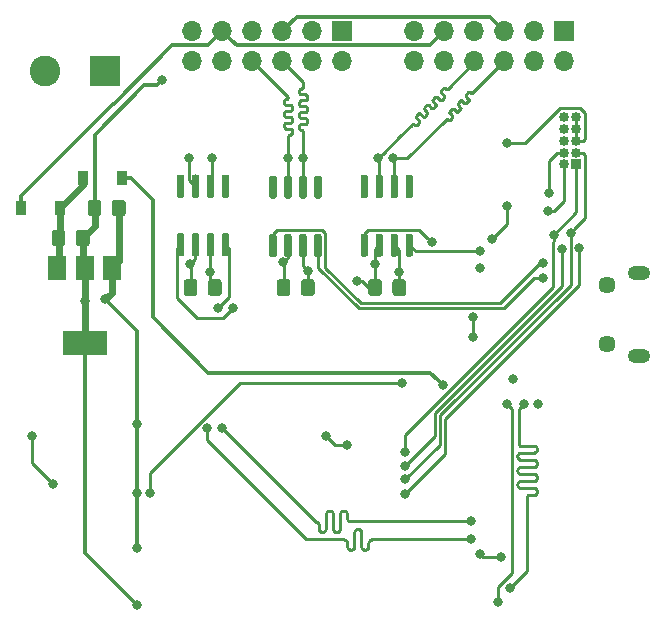
<source format=gbr>
G04 #@! TF.GenerationSoftware,KiCad,Pcbnew,5.1.5+dfsg1-2build2*
G04 #@! TF.CreationDate,2020-08-14T19:18:21+10:00*
G04 #@! TF.ProjectId,sid-board-v3_blocklayout,7369642d-626f-4617-9264-2d76335f626c,rev?*
G04 #@! TF.SameCoordinates,Original*
G04 #@! TF.FileFunction,Copper,L2,Bot*
G04 #@! TF.FilePolarity,Positive*
%FSLAX46Y46*%
G04 Gerber Fmt 4.6, Leading zero omitted, Abs format (unit mm)*
G04 Created by KiCad (PCBNEW 5.1.5+dfsg1-2build2) date 2020-08-14 19:18:21*
%MOMM*%
%LPD*%
G04 APERTURE LIST*
%ADD10O,1.700000X1.700000*%
%ADD11R,1.700000X1.700000*%
%ADD12R,0.900000X1.200000*%
%ADD13C,0.100000*%
%ADD14O,1.900000X1.200000*%
%ADD15C,1.450000*%
%ADD16C,2.600000*%
%ADD17R,2.600000X2.600000*%
%ADD18R,1.500000X2.000000*%
%ADD19R,3.800000X2.000000*%
%ADD20R,0.850000X0.850000*%
%ADD21O,0.850000X0.850000*%
%ADD22C,0.800000*%
%ADD23C,0.250000*%
%ADD24C,0.600000*%
%ADD25C,0.350000*%
G04 APERTURE END LIST*
D10*
X152400000Y-71755000D03*
X152400000Y-69215000D03*
X154940000Y-71755000D03*
X154940000Y-69215000D03*
X157480000Y-71755000D03*
X157480000Y-69215000D03*
X160020000Y-71755000D03*
X160020000Y-69215000D03*
X162560000Y-71755000D03*
X162560000Y-69215000D03*
X165100000Y-71755000D03*
D11*
X165100000Y-69215000D03*
D10*
X133604000Y-71755000D03*
X133604000Y-69215000D03*
X136144000Y-71755000D03*
X136144000Y-69215000D03*
X138684000Y-71755000D03*
X138684000Y-69215000D03*
X141224000Y-71755000D03*
X141224000Y-69215000D03*
X143764000Y-71755000D03*
X143764000Y-69215000D03*
X146304000Y-71755000D03*
D11*
X146304000Y-69215000D03*
D12*
X127634000Y-81661000D03*
X124334000Y-81661000D03*
G04 #@! TA.AperFunction,SMDPad,CuDef*
D13*
G36*
X152136123Y-86362547D02*
G01*
X152150684Y-86364707D01*
X152164963Y-86368284D01*
X152178823Y-86373243D01*
X152192130Y-86379537D01*
X152204756Y-86387105D01*
X152216579Y-86395873D01*
X152227486Y-86405759D01*
X152237372Y-86416666D01*
X152246140Y-86428489D01*
X152253708Y-86441115D01*
X152260002Y-86454422D01*
X152264961Y-86468282D01*
X152268538Y-86482561D01*
X152270698Y-86497122D01*
X152271420Y-86511825D01*
X152271420Y-88161825D01*
X152270698Y-88176528D01*
X152268538Y-88191089D01*
X152264961Y-88205368D01*
X152260002Y-88219228D01*
X152253708Y-88232535D01*
X152246140Y-88245161D01*
X152237372Y-88256984D01*
X152227486Y-88267891D01*
X152216579Y-88277777D01*
X152204756Y-88286545D01*
X152192130Y-88294113D01*
X152178823Y-88300407D01*
X152164963Y-88305366D01*
X152150684Y-88308943D01*
X152136123Y-88311103D01*
X152121420Y-88311825D01*
X151821420Y-88311825D01*
X151806717Y-88311103D01*
X151792156Y-88308943D01*
X151777877Y-88305366D01*
X151764017Y-88300407D01*
X151750710Y-88294113D01*
X151738084Y-88286545D01*
X151726261Y-88277777D01*
X151715354Y-88267891D01*
X151705468Y-88256984D01*
X151696700Y-88245161D01*
X151689132Y-88232535D01*
X151682838Y-88219228D01*
X151677879Y-88205368D01*
X151674302Y-88191089D01*
X151672142Y-88176528D01*
X151671420Y-88161825D01*
X151671420Y-86511825D01*
X151672142Y-86497122D01*
X151674302Y-86482561D01*
X151677879Y-86468282D01*
X151682838Y-86454422D01*
X151689132Y-86441115D01*
X151696700Y-86428489D01*
X151705468Y-86416666D01*
X151715354Y-86405759D01*
X151726261Y-86395873D01*
X151738084Y-86387105D01*
X151750710Y-86379537D01*
X151764017Y-86373243D01*
X151777877Y-86368284D01*
X151792156Y-86364707D01*
X151806717Y-86362547D01*
X151821420Y-86361825D01*
X152121420Y-86361825D01*
X152136123Y-86362547D01*
G37*
G04 #@! TD.AperFunction*
G04 #@! TA.AperFunction,SMDPad,CuDef*
G36*
X150866123Y-86362547D02*
G01*
X150880684Y-86364707D01*
X150894963Y-86368284D01*
X150908823Y-86373243D01*
X150922130Y-86379537D01*
X150934756Y-86387105D01*
X150946579Y-86395873D01*
X150957486Y-86405759D01*
X150967372Y-86416666D01*
X150976140Y-86428489D01*
X150983708Y-86441115D01*
X150990002Y-86454422D01*
X150994961Y-86468282D01*
X150998538Y-86482561D01*
X151000698Y-86497122D01*
X151001420Y-86511825D01*
X151001420Y-88161825D01*
X151000698Y-88176528D01*
X150998538Y-88191089D01*
X150994961Y-88205368D01*
X150990002Y-88219228D01*
X150983708Y-88232535D01*
X150976140Y-88245161D01*
X150967372Y-88256984D01*
X150957486Y-88267891D01*
X150946579Y-88277777D01*
X150934756Y-88286545D01*
X150922130Y-88294113D01*
X150908823Y-88300407D01*
X150894963Y-88305366D01*
X150880684Y-88308943D01*
X150866123Y-88311103D01*
X150851420Y-88311825D01*
X150551420Y-88311825D01*
X150536717Y-88311103D01*
X150522156Y-88308943D01*
X150507877Y-88305366D01*
X150494017Y-88300407D01*
X150480710Y-88294113D01*
X150468084Y-88286545D01*
X150456261Y-88277777D01*
X150445354Y-88267891D01*
X150435468Y-88256984D01*
X150426700Y-88245161D01*
X150419132Y-88232535D01*
X150412838Y-88219228D01*
X150407879Y-88205368D01*
X150404302Y-88191089D01*
X150402142Y-88176528D01*
X150401420Y-88161825D01*
X150401420Y-86511825D01*
X150402142Y-86497122D01*
X150404302Y-86482561D01*
X150407879Y-86468282D01*
X150412838Y-86454422D01*
X150419132Y-86441115D01*
X150426700Y-86428489D01*
X150435468Y-86416666D01*
X150445354Y-86405759D01*
X150456261Y-86395873D01*
X150468084Y-86387105D01*
X150480710Y-86379537D01*
X150494017Y-86373243D01*
X150507877Y-86368284D01*
X150522156Y-86364707D01*
X150536717Y-86362547D01*
X150551420Y-86361825D01*
X150851420Y-86361825D01*
X150866123Y-86362547D01*
G37*
G04 #@! TD.AperFunction*
G04 #@! TA.AperFunction,SMDPad,CuDef*
G36*
X149596123Y-86362547D02*
G01*
X149610684Y-86364707D01*
X149624963Y-86368284D01*
X149638823Y-86373243D01*
X149652130Y-86379537D01*
X149664756Y-86387105D01*
X149676579Y-86395873D01*
X149687486Y-86405759D01*
X149697372Y-86416666D01*
X149706140Y-86428489D01*
X149713708Y-86441115D01*
X149720002Y-86454422D01*
X149724961Y-86468282D01*
X149728538Y-86482561D01*
X149730698Y-86497122D01*
X149731420Y-86511825D01*
X149731420Y-88161825D01*
X149730698Y-88176528D01*
X149728538Y-88191089D01*
X149724961Y-88205368D01*
X149720002Y-88219228D01*
X149713708Y-88232535D01*
X149706140Y-88245161D01*
X149697372Y-88256984D01*
X149687486Y-88267891D01*
X149676579Y-88277777D01*
X149664756Y-88286545D01*
X149652130Y-88294113D01*
X149638823Y-88300407D01*
X149624963Y-88305366D01*
X149610684Y-88308943D01*
X149596123Y-88311103D01*
X149581420Y-88311825D01*
X149281420Y-88311825D01*
X149266717Y-88311103D01*
X149252156Y-88308943D01*
X149237877Y-88305366D01*
X149224017Y-88300407D01*
X149210710Y-88294113D01*
X149198084Y-88286545D01*
X149186261Y-88277777D01*
X149175354Y-88267891D01*
X149165468Y-88256984D01*
X149156700Y-88245161D01*
X149149132Y-88232535D01*
X149142838Y-88219228D01*
X149137879Y-88205368D01*
X149134302Y-88191089D01*
X149132142Y-88176528D01*
X149131420Y-88161825D01*
X149131420Y-86511825D01*
X149132142Y-86497122D01*
X149134302Y-86482561D01*
X149137879Y-86468282D01*
X149142838Y-86454422D01*
X149149132Y-86441115D01*
X149156700Y-86428489D01*
X149165468Y-86416666D01*
X149175354Y-86405759D01*
X149186261Y-86395873D01*
X149198084Y-86387105D01*
X149210710Y-86379537D01*
X149224017Y-86373243D01*
X149237877Y-86368284D01*
X149252156Y-86364707D01*
X149266717Y-86362547D01*
X149281420Y-86361825D01*
X149581420Y-86361825D01*
X149596123Y-86362547D01*
G37*
G04 #@! TD.AperFunction*
G04 #@! TA.AperFunction,SMDPad,CuDef*
G36*
X148326123Y-86362547D02*
G01*
X148340684Y-86364707D01*
X148354963Y-86368284D01*
X148368823Y-86373243D01*
X148382130Y-86379537D01*
X148394756Y-86387105D01*
X148406579Y-86395873D01*
X148417486Y-86405759D01*
X148427372Y-86416666D01*
X148436140Y-86428489D01*
X148443708Y-86441115D01*
X148450002Y-86454422D01*
X148454961Y-86468282D01*
X148458538Y-86482561D01*
X148460698Y-86497122D01*
X148461420Y-86511825D01*
X148461420Y-88161825D01*
X148460698Y-88176528D01*
X148458538Y-88191089D01*
X148454961Y-88205368D01*
X148450002Y-88219228D01*
X148443708Y-88232535D01*
X148436140Y-88245161D01*
X148427372Y-88256984D01*
X148417486Y-88267891D01*
X148406579Y-88277777D01*
X148394756Y-88286545D01*
X148382130Y-88294113D01*
X148368823Y-88300407D01*
X148354963Y-88305366D01*
X148340684Y-88308943D01*
X148326123Y-88311103D01*
X148311420Y-88311825D01*
X148011420Y-88311825D01*
X147996717Y-88311103D01*
X147982156Y-88308943D01*
X147967877Y-88305366D01*
X147954017Y-88300407D01*
X147940710Y-88294113D01*
X147928084Y-88286545D01*
X147916261Y-88277777D01*
X147905354Y-88267891D01*
X147895468Y-88256984D01*
X147886700Y-88245161D01*
X147879132Y-88232535D01*
X147872838Y-88219228D01*
X147867879Y-88205368D01*
X147864302Y-88191089D01*
X147862142Y-88176528D01*
X147861420Y-88161825D01*
X147861420Y-86511825D01*
X147862142Y-86497122D01*
X147864302Y-86482561D01*
X147867879Y-86468282D01*
X147872838Y-86454422D01*
X147879132Y-86441115D01*
X147886700Y-86428489D01*
X147895468Y-86416666D01*
X147905354Y-86405759D01*
X147916261Y-86395873D01*
X147928084Y-86387105D01*
X147940710Y-86379537D01*
X147954017Y-86373243D01*
X147967877Y-86368284D01*
X147982156Y-86364707D01*
X147996717Y-86362547D01*
X148011420Y-86361825D01*
X148311420Y-86361825D01*
X148326123Y-86362547D01*
G37*
G04 #@! TD.AperFunction*
G04 #@! TA.AperFunction,SMDPad,CuDef*
G36*
X148326123Y-81412547D02*
G01*
X148340684Y-81414707D01*
X148354963Y-81418284D01*
X148368823Y-81423243D01*
X148382130Y-81429537D01*
X148394756Y-81437105D01*
X148406579Y-81445873D01*
X148417486Y-81455759D01*
X148427372Y-81466666D01*
X148436140Y-81478489D01*
X148443708Y-81491115D01*
X148450002Y-81504422D01*
X148454961Y-81518282D01*
X148458538Y-81532561D01*
X148460698Y-81547122D01*
X148461420Y-81561825D01*
X148461420Y-83211825D01*
X148460698Y-83226528D01*
X148458538Y-83241089D01*
X148454961Y-83255368D01*
X148450002Y-83269228D01*
X148443708Y-83282535D01*
X148436140Y-83295161D01*
X148427372Y-83306984D01*
X148417486Y-83317891D01*
X148406579Y-83327777D01*
X148394756Y-83336545D01*
X148382130Y-83344113D01*
X148368823Y-83350407D01*
X148354963Y-83355366D01*
X148340684Y-83358943D01*
X148326123Y-83361103D01*
X148311420Y-83361825D01*
X148011420Y-83361825D01*
X147996717Y-83361103D01*
X147982156Y-83358943D01*
X147967877Y-83355366D01*
X147954017Y-83350407D01*
X147940710Y-83344113D01*
X147928084Y-83336545D01*
X147916261Y-83327777D01*
X147905354Y-83317891D01*
X147895468Y-83306984D01*
X147886700Y-83295161D01*
X147879132Y-83282535D01*
X147872838Y-83269228D01*
X147867879Y-83255368D01*
X147864302Y-83241089D01*
X147862142Y-83226528D01*
X147861420Y-83211825D01*
X147861420Y-81561825D01*
X147862142Y-81547122D01*
X147864302Y-81532561D01*
X147867879Y-81518282D01*
X147872838Y-81504422D01*
X147879132Y-81491115D01*
X147886700Y-81478489D01*
X147895468Y-81466666D01*
X147905354Y-81455759D01*
X147916261Y-81445873D01*
X147928084Y-81437105D01*
X147940710Y-81429537D01*
X147954017Y-81423243D01*
X147967877Y-81418284D01*
X147982156Y-81414707D01*
X147996717Y-81412547D01*
X148011420Y-81411825D01*
X148311420Y-81411825D01*
X148326123Y-81412547D01*
G37*
G04 #@! TD.AperFunction*
G04 #@! TA.AperFunction,SMDPad,CuDef*
G36*
X149596123Y-81412547D02*
G01*
X149610684Y-81414707D01*
X149624963Y-81418284D01*
X149638823Y-81423243D01*
X149652130Y-81429537D01*
X149664756Y-81437105D01*
X149676579Y-81445873D01*
X149687486Y-81455759D01*
X149697372Y-81466666D01*
X149706140Y-81478489D01*
X149713708Y-81491115D01*
X149720002Y-81504422D01*
X149724961Y-81518282D01*
X149728538Y-81532561D01*
X149730698Y-81547122D01*
X149731420Y-81561825D01*
X149731420Y-83211825D01*
X149730698Y-83226528D01*
X149728538Y-83241089D01*
X149724961Y-83255368D01*
X149720002Y-83269228D01*
X149713708Y-83282535D01*
X149706140Y-83295161D01*
X149697372Y-83306984D01*
X149687486Y-83317891D01*
X149676579Y-83327777D01*
X149664756Y-83336545D01*
X149652130Y-83344113D01*
X149638823Y-83350407D01*
X149624963Y-83355366D01*
X149610684Y-83358943D01*
X149596123Y-83361103D01*
X149581420Y-83361825D01*
X149281420Y-83361825D01*
X149266717Y-83361103D01*
X149252156Y-83358943D01*
X149237877Y-83355366D01*
X149224017Y-83350407D01*
X149210710Y-83344113D01*
X149198084Y-83336545D01*
X149186261Y-83327777D01*
X149175354Y-83317891D01*
X149165468Y-83306984D01*
X149156700Y-83295161D01*
X149149132Y-83282535D01*
X149142838Y-83269228D01*
X149137879Y-83255368D01*
X149134302Y-83241089D01*
X149132142Y-83226528D01*
X149131420Y-83211825D01*
X149131420Y-81561825D01*
X149132142Y-81547122D01*
X149134302Y-81532561D01*
X149137879Y-81518282D01*
X149142838Y-81504422D01*
X149149132Y-81491115D01*
X149156700Y-81478489D01*
X149165468Y-81466666D01*
X149175354Y-81455759D01*
X149186261Y-81445873D01*
X149198084Y-81437105D01*
X149210710Y-81429537D01*
X149224017Y-81423243D01*
X149237877Y-81418284D01*
X149252156Y-81414707D01*
X149266717Y-81412547D01*
X149281420Y-81411825D01*
X149581420Y-81411825D01*
X149596123Y-81412547D01*
G37*
G04 #@! TD.AperFunction*
G04 #@! TA.AperFunction,SMDPad,CuDef*
G36*
X150866123Y-81412547D02*
G01*
X150880684Y-81414707D01*
X150894963Y-81418284D01*
X150908823Y-81423243D01*
X150922130Y-81429537D01*
X150934756Y-81437105D01*
X150946579Y-81445873D01*
X150957486Y-81455759D01*
X150967372Y-81466666D01*
X150976140Y-81478489D01*
X150983708Y-81491115D01*
X150990002Y-81504422D01*
X150994961Y-81518282D01*
X150998538Y-81532561D01*
X151000698Y-81547122D01*
X151001420Y-81561825D01*
X151001420Y-83211825D01*
X151000698Y-83226528D01*
X150998538Y-83241089D01*
X150994961Y-83255368D01*
X150990002Y-83269228D01*
X150983708Y-83282535D01*
X150976140Y-83295161D01*
X150967372Y-83306984D01*
X150957486Y-83317891D01*
X150946579Y-83327777D01*
X150934756Y-83336545D01*
X150922130Y-83344113D01*
X150908823Y-83350407D01*
X150894963Y-83355366D01*
X150880684Y-83358943D01*
X150866123Y-83361103D01*
X150851420Y-83361825D01*
X150551420Y-83361825D01*
X150536717Y-83361103D01*
X150522156Y-83358943D01*
X150507877Y-83355366D01*
X150494017Y-83350407D01*
X150480710Y-83344113D01*
X150468084Y-83336545D01*
X150456261Y-83327777D01*
X150445354Y-83317891D01*
X150435468Y-83306984D01*
X150426700Y-83295161D01*
X150419132Y-83282535D01*
X150412838Y-83269228D01*
X150407879Y-83255368D01*
X150404302Y-83241089D01*
X150402142Y-83226528D01*
X150401420Y-83211825D01*
X150401420Y-81561825D01*
X150402142Y-81547122D01*
X150404302Y-81532561D01*
X150407879Y-81518282D01*
X150412838Y-81504422D01*
X150419132Y-81491115D01*
X150426700Y-81478489D01*
X150435468Y-81466666D01*
X150445354Y-81455759D01*
X150456261Y-81445873D01*
X150468084Y-81437105D01*
X150480710Y-81429537D01*
X150494017Y-81423243D01*
X150507877Y-81418284D01*
X150522156Y-81414707D01*
X150536717Y-81412547D01*
X150551420Y-81411825D01*
X150851420Y-81411825D01*
X150866123Y-81412547D01*
G37*
G04 #@! TD.AperFunction*
G04 #@! TA.AperFunction,SMDPad,CuDef*
G36*
X152136123Y-81412547D02*
G01*
X152150684Y-81414707D01*
X152164963Y-81418284D01*
X152178823Y-81423243D01*
X152192130Y-81429537D01*
X152204756Y-81437105D01*
X152216579Y-81445873D01*
X152227486Y-81455759D01*
X152237372Y-81466666D01*
X152246140Y-81478489D01*
X152253708Y-81491115D01*
X152260002Y-81504422D01*
X152264961Y-81518282D01*
X152268538Y-81532561D01*
X152270698Y-81547122D01*
X152271420Y-81561825D01*
X152271420Y-83211825D01*
X152270698Y-83226528D01*
X152268538Y-83241089D01*
X152264961Y-83255368D01*
X152260002Y-83269228D01*
X152253708Y-83282535D01*
X152246140Y-83295161D01*
X152237372Y-83306984D01*
X152227486Y-83317891D01*
X152216579Y-83327777D01*
X152204756Y-83336545D01*
X152192130Y-83344113D01*
X152178823Y-83350407D01*
X152164963Y-83355366D01*
X152150684Y-83358943D01*
X152136123Y-83361103D01*
X152121420Y-83361825D01*
X151821420Y-83361825D01*
X151806717Y-83361103D01*
X151792156Y-83358943D01*
X151777877Y-83355366D01*
X151764017Y-83350407D01*
X151750710Y-83344113D01*
X151738084Y-83336545D01*
X151726261Y-83327777D01*
X151715354Y-83317891D01*
X151705468Y-83306984D01*
X151696700Y-83295161D01*
X151689132Y-83282535D01*
X151682838Y-83269228D01*
X151677879Y-83255368D01*
X151674302Y-83241089D01*
X151672142Y-83226528D01*
X151671420Y-83211825D01*
X151671420Y-81561825D01*
X151672142Y-81547122D01*
X151674302Y-81532561D01*
X151677879Y-81518282D01*
X151682838Y-81504422D01*
X151689132Y-81491115D01*
X151696700Y-81478489D01*
X151705468Y-81466666D01*
X151715354Y-81455759D01*
X151726261Y-81445873D01*
X151738084Y-81437105D01*
X151750710Y-81429537D01*
X151764017Y-81423243D01*
X151777877Y-81418284D01*
X151792156Y-81414707D01*
X151806717Y-81412547D01*
X151821420Y-81411825D01*
X152121420Y-81411825D01*
X152136123Y-81412547D01*
G37*
G04 #@! TD.AperFunction*
D14*
X171417500Y-89718000D03*
X171417500Y-96718000D03*
D15*
X168717500Y-90718000D03*
X168717500Y-95718000D03*
D16*
X121158000Y-72644000D03*
D17*
X126238000Y-72644000D03*
D18*
X122189000Y-89313252D03*
X126789000Y-89313252D03*
X124489000Y-89313252D03*
D19*
X124489000Y-95613252D03*
G04 #@! TA.AperFunction,SMDPad,CuDef*
D13*
G36*
X141691505Y-90233204D02*
G01*
X141715773Y-90236804D01*
X141739572Y-90242765D01*
X141762671Y-90251030D01*
X141784850Y-90261520D01*
X141805893Y-90274132D01*
X141825599Y-90288747D01*
X141843777Y-90305223D01*
X141860253Y-90323401D01*
X141874868Y-90343107D01*
X141887480Y-90364150D01*
X141897970Y-90386329D01*
X141906235Y-90409428D01*
X141912196Y-90433227D01*
X141915796Y-90457495D01*
X141917000Y-90481999D01*
X141917000Y-91382001D01*
X141915796Y-91406505D01*
X141912196Y-91430773D01*
X141906235Y-91454572D01*
X141897970Y-91477671D01*
X141887480Y-91499850D01*
X141874868Y-91520893D01*
X141860253Y-91540599D01*
X141843777Y-91558777D01*
X141825599Y-91575253D01*
X141805893Y-91589868D01*
X141784850Y-91602480D01*
X141762671Y-91612970D01*
X141739572Y-91621235D01*
X141715773Y-91627196D01*
X141691505Y-91630796D01*
X141667001Y-91632000D01*
X141016999Y-91632000D01*
X140992495Y-91630796D01*
X140968227Y-91627196D01*
X140944428Y-91621235D01*
X140921329Y-91612970D01*
X140899150Y-91602480D01*
X140878107Y-91589868D01*
X140858401Y-91575253D01*
X140840223Y-91558777D01*
X140823747Y-91540599D01*
X140809132Y-91520893D01*
X140796520Y-91499850D01*
X140786030Y-91477671D01*
X140777765Y-91454572D01*
X140771804Y-91430773D01*
X140768204Y-91406505D01*
X140767000Y-91382001D01*
X140767000Y-90481999D01*
X140768204Y-90457495D01*
X140771804Y-90433227D01*
X140777765Y-90409428D01*
X140786030Y-90386329D01*
X140796520Y-90364150D01*
X140809132Y-90343107D01*
X140823747Y-90323401D01*
X140840223Y-90305223D01*
X140858401Y-90288747D01*
X140878107Y-90274132D01*
X140899150Y-90261520D01*
X140921329Y-90251030D01*
X140944428Y-90242765D01*
X140968227Y-90236804D01*
X140992495Y-90233204D01*
X141016999Y-90232000D01*
X141667001Y-90232000D01*
X141691505Y-90233204D01*
G37*
G04 #@! TD.AperFunction*
G04 #@! TA.AperFunction,SMDPad,CuDef*
G36*
X143741505Y-90233204D02*
G01*
X143765773Y-90236804D01*
X143789572Y-90242765D01*
X143812671Y-90251030D01*
X143834850Y-90261520D01*
X143855893Y-90274132D01*
X143875599Y-90288747D01*
X143893777Y-90305223D01*
X143910253Y-90323401D01*
X143924868Y-90343107D01*
X143937480Y-90364150D01*
X143947970Y-90386329D01*
X143956235Y-90409428D01*
X143962196Y-90433227D01*
X143965796Y-90457495D01*
X143967000Y-90481999D01*
X143967000Y-91382001D01*
X143965796Y-91406505D01*
X143962196Y-91430773D01*
X143956235Y-91454572D01*
X143947970Y-91477671D01*
X143937480Y-91499850D01*
X143924868Y-91520893D01*
X143910253Y-91540599D01*
X143893777Y-91558777D01*
X143875599Y-91575253D01*
X143855893Y-91589868D01*
X143834850Y-91602480D01*
X143812671Y-91612970D01*
X143789572Y-91621235D01*
X143765773Y-91627196D01*
X143741505Y-91630796D01*
X143717001Y-91632000D01*
X143066999Y-91632000D01*
X143042495Y-91630796D01*
X143018227Y-91627196D01*
X142994428Y-91621235D01*
X142971329Y-91612970D01*
X142949150Y-91602480D01*
X142928107Y-91589868D01*
X142908401Y-91575253D01*
X142890223Y-91558777D01*
X142873747Y-91540599D01*
X142859132Y-91520893D01*
X142846520Y-91499850D01*
X142836030Y-91477671D01*
X142827765Y-91454572D01*
X142821804Y-91430773D01*
X142818204Y-91406505D01*
X142817000Y-91382001D01*
X142817000Y-90481999D01*
X142818204Y-90457495D01*
X142821804Y-90433227D01*
X142827765Y-90409428D01*
X142836030Y-90386329D01*
X142846520Y-90364150D01*
X142859132Y-90343107D01*
X142873747Y-90323401D01*
X142890223Y-90305223D01*
X142908401Y-90288747D01*
X142928107Y-90274132D01*
X142949150Y-90261520D01*
X142971329Y-90251030D01*
X142994428Y-90242765D01*
X143018227Y-90236804D01*
X143042495Y-90233204D01*
X143066999Y-90232000D01*
X143717001Y-90232000D01*
X143741505Y-90233204D01*
G37*
G04 #@! TD.AperFunction*
G04 #@! TA.AperFunction,SMDPad,CuDef*
G36*
X151488505Y-90233204D02*
G01*
X151512773Y-90236804D01*
X151536572Y-90242765D01*
X151559671Y-90251030D01*
X151581850Y-90261520D01*
X151602893Y-90274132D01*
X151622599Y-90288747D01*
X151640777Y-90305223D01*
X151657253Y-90323401D01*
X151671868Y-90343107D01*
X151684480Y-90364150D01*
X151694970Y-90386329D01*
X151703235Y-90409428D01*
X151709196Y-90433227D01*
X151712796Y-90457495D01*
X151714000Y-90481999D01*
X151714000Y-91382001D01*
X151712796Y-91406505D01*
X151709196Y-91430773D01*
X151703235Y-91454572D01*
X151694970Y-91477671D01*
X151684480Y-91499850D01*
X151671868Y-91520893D01*
X151657253Y-91540599D01*
X151640777Y-91558777D01*
X151622599Y-91575253D01*
X151602893Y-91589868D01*
X151581850Y-91602480D01*
X151559671Y-91612970D01*
X151536572Y-91621235D01*
X151512773Y-91627196D01*
X151488505Y-91630796D01*
X151464001Y-91632000D01*
X150813999Y-91632000D01*
X150789495Y-91630796D01*
X150765227Y-91627196D01*
X150741428Y-91621235D01*
X150718329Y-91612970D01*
X150696150Y-91602480D01*
X150675107Y-91589868D01*
X150655401Y-91575253D01*
X150637223Y-91558777D01*
X150620747Y-91540599D01*
X150606132Y-91520893D01*
X150593520Y-91499850D01*
X150583030Y-91477671D01*
X150574765Y-91454572D01*
X150568804Y-91430773D01*
X150565204Y-91406505D01*
X150564000Y-91382001D01*
X150564000Y-90481999D01*
X150565204Y-90457495D01*
X150568804Y-90433227D01*
X150574765Y-90409428D01*
X150583030Y-90386329D01*
X150593520Y-90364150D01*
X150606132Y-90343107D01*
X150620747Y-90323401D01*
X150637223Y-90305223D01*
X150655401Y-90288747D01*
X150675107Y-90274132D01*
X150696150Y-90261520D01*
X150718329Y-90251030D01*
X150741428Y-90242765D01*
X150765227Y-90236804D01*
X150789495Y-90233204D01*
X150813999Y-90232000D01*
X151464001Y-90232000D01*
X151488505Y-90233204D01*
G37*
G04 #@! TD.AperFunction*
G04 #@! TA.AperFunction,SMDPad,CuDef*
G36*
X149438505Y-90233204D02*
G01*
X149462773Y-90236804D01*
X149486572Y-90242765D01*
X149509671Y-90251030D01*
X149531850Y-90261520D01*
X149552893Y-90274132D01*
X149572599Y-90288747D01*
X149590777Y-90305223D01*
X149607253Y-90323401D01*
X149621868Y-90343107D01*
X149634480Y-90364150D01*
X149644970Y-90386329D01*
X149653235Y-90409428D01*
X149659196Y-90433227D01*
X149662796Y-90457495D01*
X149664000Y-90481999D01*
X149664000Y-91382001D01*
X149662796Y-91406505D01*
X149659196Y-91430773D01*
X149653235Y-91454572D01*
X149644970Y-91477671D01*
X149634480Y-91499850D01*
X149621868Y-91520893D01*
X149607253Y-91540599D01*
X149590777Y-91558777D01*
X149572599Y-91575253D01*
X149552893Y-91589868D01*
X149531850Y-91602480D01*
X149509671Y-91612970D01*
X149486572Y-91621235D01*
X149462773Y-91627196D01*
X149438505Y-91630796D01*
X149414001Y-91632000D01*
X148763999Y-91632000D01*
X148739495Y-91630796D01*
X148715227Y-91627196D01*
X148691428Y-91621235D01*
X148668329Y-91612970D01*
X148646150Y-91602480D01*
X148625107Y-91589868D01*
X148605401Y-91575253D01*
X148587223Y-91558777D01*
X148570747Y-91540599D01*
X148556132Y-91520893D01*
X148543520Y-91499850D01*
X148533030Y-91477671D01*
X148524765Y-91454572D01*
X148518804Y-91430773D01*
X148515204Y-91406505D01*
X148514000Y-91382001D01*
X148514000Y-90481999D01*
X148515204Y-90457495D01*
X148518804Y-90433227D01*
X148524765Y-90409428D01*
X148533030Y-90386329D01*
X148543520Y-90364150D01*
X148556132Y-90343107D01*
X148570747Y-90323401D01*
X148587223Y-90305223D01*
X148605401Y-90288747D01*
X148625107Y-90274132D01*
X148646150Y-90261520D01*
X148668329Y-90251030D01*
X148691428Y-90242765D01*
X148715227Y-90236804D01*
X148739495Y-90233204D01*
X148763999Y-90232000D01*
X149414001Y-90232000D01*
X149438505Y-90233204D01*
G37*
G04 #@! TD.AperFunction*
G04 #@! TA.AperFunction,SMDPad,CuDef*
G36*
X144421580Y-81457881D02*
G01*
X144436141Y-81460041D01*
X144450420Y-81463618D01*
X144464280Y-81468577D01*
X144477587Y-81474871D01*
X144490213Y-81482439D01*
X144502036Y-81491207D01*
X144512943Y-81501093D01*
X144522829Y-81512000D01*
X144531597Y-81523823D01*
X144539165Y-81536449D01*
X144545459Y-81549756D01*
X144550418Y-81563616D01*
X144553995Y-81577895D01*
X144556155Y-81592456D01*
X144556877Y-81607159D01*
X144556877Y-83257159D01*
X144556155Y-83271862D01*
X144553995Y-83286423D01*
X144550418Y-83300702D01*
X144545459Y-83314562D01*
X144539165Y-83327869D01*
X144531597Y-83340495D01*
X144522829Y-83352318D01*
X144512943Y-83363225D01*
X144502036Y-83373111D01*
X144490213Y-83381879D01*
X144477587Y-83389447D01*
X144464280Y-83395741D01*
X144450420Y-83400700D01*
X144436141Y-83404277D01*
X144421580Y-83406437D01*
X144406877Y-83407159D01*
X144106877Y-83407159D01*
X144092174Y-83406437D01*
X144077613Y-83404277D01*
X144063334Y-83400700D01*
X144049474Y-83395741D01*
X144036167Y-83389447D01*
X144023541Y-83381879D01*
X144011718Y-83373111D01*
X144000811Y-83363225D01*
X143990925Y-83352318D01*
X143982157Y-83340495D01*
X143974589Y-83327869D01*
X143968295Y-83314562D01*
X143963336Y-83300702D01*
X143959759Y-83286423D01*
X143957599Y-83271862D01*
X143956877Y-83257159D01*
X143956877Y-81607159D01*
X143957599Y-81592456D01*
X143959759Y-81577895D01*
X143963336Y-81563616D01*
X143968295Y-81549756D01*
X143974589Y-81536449D01*
X143982157Y-81523823D01*
X143990925Y-81512000D01*
X144000811Y-81501093D01*
X144011718Y-81491207D01*
X144023541Y-81482439D01*
X144036167Y-81474871D01*
X144049474Y-81468577D01*
X144063334Y-81463618D01*
X144077613Y-81460041D01*
X144092174Y-81457881D01*
X144106877Y-81457159D01*
X144406877Y-81457159D01*
X144421580Y-81457881D01*
G37*
G04 #@! TD.AperFunction*
G04 #@! TA.AperFunction,SMDPad,CuDef*
G36*
X143151580Y-81457881D02*
G01*
X143166141Y-81460041D01*
X143180420Y-81463618D01*
X143194280Y-81468577D01*
X143207587Y-81474871D01*
X143220213Y-81482439D01*
X143232036Y-81491207D01*
X143242943Y-81501093D01*
X143252829Y-81512000D01*
X143261597Y-81523823D01*
X143269165Y-81536449D01*
X143275459Y-81549756D01*
X143280418Y-81563616D01*
X143283995Y-81577895D01*
X143286155Y-81592456D01*
X143286877Y-81607159D01*
X143286877Y-83257159D01*
X143286155Y-83271862D01*
X143283995Y-83286423D01*
X143280418Y-83300702D01*
X143275459Y-83314562D01*
X143269165Y-83327869D01*
X143261597Y-83340495D01*
X143252829Y-83352318D01*
X143242943Y-83363225D01*
X143232036Y-83373111D01*
X143220213Y-83381879D01*
X143207587Y-83389447D01*
X143194280Y-83395741D01*
X143180420Y-83400700D01*
X143166141Y-83404277D01*
X143151580Y-83406437D01*
X143136877Y-83407159D01*
X142836877Y-83407159D01*
X142822174Y-83406437D01*
X142807613Y-83404277D01*
X142793334Y-83400700D01*
X142779474Y-83395741D01*
X142766167Y-83389447D01*
X142753541Y-83381879D01*
X142741718Y-83373111D01*
X142730811Y-83363225D01*
X142720925Y-83352318D01*
X142712157Y-83340495D01*
X142704589Y-83327869D01*
X142698295Y-83314562D01*
X142693336Y-83300702D01*
X142689759Y-83286423D01*
X142687599Y-83271862D01*
X142686877Y-83257159D01*
X142686877Y-81607159D01*
X142687599Y-81592456D01*
X142689759Y-81577895D01*
X142693336Y-81563616D01*
X142698295Y-81549756D01*
X142704589Y-81536449D01*
X142712157Y-81523823D01*
X142720925Y-81512000D01*
X142730811Y-81501093D01*
X142741718Y-81491207D01*
X142753541Y-81482439D01*
X142766167Y-81474871D01*
X142779474Y-81468577D01*
X142793334Y-81463618D01*
X142807613Y-81460041D01*
X142822174Y-81457881D01*
X142836877Y-81457159D01*
X143136877Y-81457159D01*
X143151580Y-81457881D01*
G37*
G04 #@! TD.AperFunction*
G04 #@! TA.AperFunction,SMDPad,CuDef*
G36*
X141881580Y-81457881D02*
G01*
X141896141Y-81460041D01*
X141910420Y-81463618D01*
X141924280Y-81468577D01*
X141937587Y-81474871D01*
X141950213Y-81482439D01*
X141962036Y-81491207D01*
X141972943Y-81501093D01*
X141982829Y-81512000D01*
X141991597Y-81523823D01*
X141999165Y-81536449D01*
X142005459Y-81549756D01*
X142010418Y-81563616D01*
X142013995Y-81577895D01*
X142016155Y-81592456D01*
X142016877Y-81607159D01*
X142016877Y-83257159D01*
X142016155Y-83271862D01*
X142013995Y-83286423D01*
X142010418Y-83300702D01*
X142005459Y-83314562D01*
X141999165Y-83327869D01*
X141991597Y-83340495D01*
X141982829Y-83352318D01*
X141972943Y-83363225D01*
X141962036Y-83373111D01*
X141950213Y-83381879D01*
X141937587Y-83389447D01*
X141924280Y-83395741D01*
X141910420Y-83400700D01*
X141896141Y-83404277D01*
X141881580Y-83406437D01*
X141866877Y-83407159D01*
X141566877Y-83407159D01*
X141552174Y-83406437D01*
X141537613Y-83404277D01*
X141523334Y-83400700D01*
X141509474Y-83395741D01*
X141496167Y-83389447D01*
X141483541Y-83381879D01*
X141471718Y-83373111D01*
X141460811Y-83363225D01*
X141450925Y-83352318D01*
X141442157Y-83340495D01*
X141434589Y-83327869D01*
X141428295Y-83314562D01*
X141423336Y-83300702D01*
X141419759Y-83286423D01*
X141417599Y-83271862D01*
X141416877Y-83257159D01*
X141416877Y-81607159D01*
X141417599Y-81592456D01*
X141419759Y-81577895D01*
X141423336Y-81563616D01*
X141428295Y-81549756D01*
X141434589Y-81536449D01*
X141442157Y-81523823D01*
X141450925Y-81512000D01*
X141460811Y-81501093D01*
X141471718Y-81491207D01*
X141483541Y-81482439D01*
X141496167Y-81474871D01*
X141509474Y-81468577D01*
X141523334Y-81463618D01*
X141537613Y-81460041D01*
X141552174Y-81457881D01*
X141566877Y-81457159D01*
X141866877Y-81457159D01*
X141881580Y-81457881D01*
G37*
G04 #@! TD.AperFunction*
G04 #@! TA.AperFunction,SMDPad,CuDef*
G36*
X140611580Y-81457881D02*
G01*
X140626141Y-81460041D01*
X140640420Y-81463618D01*
X140654280Y-81468577D01*
X140667587Y-81474871D01*
X140680213Y-81482439D01*
X140692036Y-81491207D01*
X140702943Y-81501093D01*
X140712829Y-81512000D01*
X140721597Y-81523823D01*
X140729165Y-81536449D01*
X140735459Y-81549756D01*
X140740418Y-81563616D01*
X140743995Y-81577895D01*
X140746155Y-81592456D01*
X140746877Y-81607159D01*
X140746877Y-83257159D01*
X140746155Y-83271862D01*
X140743995Y-83286423D01*
X140740418Y-83300702D01*
X140735459Y-83314562D01*
X140729165Y-83327869D01*
X140721597Y-83340495D01*
X140712829Y-83352318D01*
X140702943Y-83363225D01*
X140692036Y-83373111D01*
X140680213Y-83381879D01*
X140667587Y-83389447D01*
X140654280Y-83395741D01*
X140640420Y-83400700D01*
X140626141Y-83404277D01*
X140611580Y-83406437D01*
X140596877Y-83407159D01*
X140296877Y-83407159D01*
X140282174Y-83406437D01*
X140267613Y-83404277D01*
X140253334Y-83400700D01*
X140239474Y-83395741D01*
X140226167Y-83389447D01*
X140213541Y-83381879D01*
X140201718Y-83373111D01*
X140190811Y-83363225D01*
X140180925Y-83352318D01*
X140172157Y-83340495D01*
X140164589Y-83327869D01*
X140158295Y-83314562D01*
X140153336Y-83300702D01*
X140149759Y-83286423D01*
X140147599Y-83271862D01*
X140146877Y-83257159D01*
X140146877Y-81607159D01*
X140147599Y-81592456D01*
X140149759Y-81577895D01*
X140153336Y-81563616D01*
X140158295Y-81549756D01*
X140164589Y-81536449D01*
X140172157Y-81523823D01*
X140180925Y-81512000D01*
X140190811Y-81501093D01*
X140201718Y-81491207D01*
X140213541Y-81482439D01*
X140226167Y-81474871D01*
X140239474Y-81468577D01*
X140253334Y-81463618D01*
X140267613Y-81460041D01*
X140282174Y-81457881D01*
X140296877Y-81457159D01*
X140596877Y-81457159D01*
X140611580Y-81457881D01*
G37*
G04 #@! TD.AperFunction*
G04 #@! TA.AperFunction,SMDPad,CuDef*
G36*
X140611580Y-86407881D02*
G01*
X140626141Y-86410041D01*
X140640420Y-86413618D01*
X140654280Y-86418577D01*
X140667587Y-86424871D01*
X140680213Y-86432439D01*
X140692036Y-86441207D01*
X140702943Y-86451093D01*
X140712829Y-86462000D01*
X140721597Y-86473823D01*
X140729165Y-86486449D01*
X140735459Y-86499756D01*
X140740418Y-86513616D01*
X140743995Y-86527895D01*
X140746155Y-86542456D01*
X140746877Y-86557159D01*
X140746877Y-88207159D01*
X140746155Y-88221862D01*
X140743995Y-88236423D01*
X140740418Y-88250702D01*
X140735459Y-88264562D01*
X140729165Y-88277869D01*
X140721597Y-88290495D01*
X140712829Y-88302318D01*
X140702943Y-88313225D01*
X140692036Y-88323111D01*
X140680213Y-88331879D01*
X140667587Y-88339447D01*
X140654280Y-88345741D01*
X140640420Y-88350700D01*
X140626141Y-88354277D01*
X140611580Y-88356437D01*
X140596877Y-88357159D01*
X140296877Y-88357159D01*
X140282174Y-88356437D01*
X140267613Y-88354277D01*
X140253334Y-88350700D01*
X140239474Y-88345741D01*
X140226167Y-88339447D01*
X140213541Y-88331879D01*
X140201718Y-88323111D01*
X140190811Y-88313225D01*
X140180925Y-88302318D01*
X140172157Y-88290495D01*
X140164589Y-88277869D01*
X140158295Y-88264562D01*
X140153336Y-88250702D01*
X140149759Y-88236423D01*
X140147599Y-88221862D01*
X140146877Y-88207159D01*
X140146877Y-86557159D01*
X140147599Y-86542456D01*
X140149759Y-86527895D01*
X140153336Y-86513616D01*
X140158295Y-86499756D01*
X140164589Y-86486449D01*
X140172157Y-86473823D01*
X140180925Y-86462000D01*
X140190811Y-86451093D01*
X140201718Y-86441207D01*
X140213541Y-86432439D01*
X140226167Y-86424871D01*
X140239474Y-86418577D01*
X140253334Y-86413618D01*
X140267613Y-86410041D01*
X140282174Y-86407881D01*
X140296877Y-86407159D01*
X140596877Y-86407159D01*
X140611580Y-86407881D01*
G37*
G04 #@! TD.AperFunction*
G04 #@! TA.AperFunction,SMDPad,CuDef*
G36*
X141881580Y-86407881D02*
G01*
X141896141Y-86410041D01*
X141910420Y-86413618D01*
X141924280Y-86418577D01*
X141937587Y-86424871D01*
X141950213Y-86432439D01*
X141962036Y-86441207D01*
X141972943Y-86451093D01*
X141982829Y-86462000D01*
X141991597Y-86473823D01*
X141999165Y-86486449D01*
X142005459Y-86499756D01*
X142010418Y-86513616D01*
X142013995Y-86527895D01*
X142016155Y-86542456D01*
X142016877Y-86557159D01*
X142016877Y-88207159D01*
X142016155Y-88221862D01*
X142013995Y-88236423D01*
X142010418Y-88250702D01*
X142005459Y-88264562D01*
X141999165Y-88277869D01*
X141991597Y-88290495D01*
X141982829Y-88302318D01*
X141972943Y-88313225D01*
X141962036Y-88323111D01*
X141950213Y-88331879D01*
X141937587Y-88339447D01*
X141924280Y-88345741D01*
X141910420Y-88350700D01*
X141896141Y-88354277D01*
X141881580Y-88356437D01*
X141866877Y-88357159D01*
X141566877Y-88357159D01*
X141552174Y-88356437D01*
X141537613Y-88354277D01*
X141523334Y-88350700D01*
X141509474Y-88345741D01*
X141496167Y-88339447D01*
X141483541Y-88331879D01*
X141471718Y-88323111D01*
X141460811Y-88313225D01*
X141450925Y-88302318D01*
X141442157Y-88290495D01*
X141434589Y-88277869D01*
X141428295Y-88264562D01*
X141423336Y-88250702D01*
X141419759Y-88236423D01*
X141417599Y-88221862D01*
X141416877Y-88207159D01*
X141416877Y-86557159D01*
X141417599Y-86542456D01*
X141419759Y-86527895D01*
X141423336Y-86513616D01*
X141428295Y-86499756D01*
X141434589Y-86486449D01*
X141442157Y-86473823D01*
X141450925Y-86462000D01*
X141460811Y-86451093D01*
X141471718Y-86441207D01*
X141483541Y-86432439D01*
X141496167Y-86424871D01*
X141509474Y-86418577D01*
X141523334Y-86413618D01*
X141537613Y-86410041D01*
X141552174Y-86407881D01*
X141566877Y-86407159D01*
X141866877Y-86407159D01*
X141881580Y-86407881D01*
G37*
G04 #@! TD.AperFunction*
G04 #@! TA.AperFunction,SMDPad,CuDef*
G36*
X143151580Y-86407881D02*
G01*
X143166141Y-86410041D01*
X143180420Y-86413618D01*
X143194280Y-86418577D01*
X143207587Y-86424871D01*
X143220213Y-86432439D01*
X143232036Y-86441207D01*
X143242943Y-86451093D01*
X143252829Y-86462000D01*
X143261597Y-86473823D01*
X143269165Y-86486449D01*
X143275459Y-86499756D01*
X143280418Y-86513616D01*
X143283995Y-86527895D01*
X143286155Y-86542456D01*
X143286877Y-86557159D01*
X143286877Y-88207159D01*
X143286155Y-88221862D01*
X143283995Y-88236423D01*
X143280418Y-88250702D01*
X143275459Y-88264562D01*
X143269165Y-88277869D01*
X143261597Y-88290495D01*
X143252829Y-88302318D01*
X143242943Y-88313225D01*
X143232036Y-88323111D01*
X143220213Y-88331879D01*
X143207587Y-88339447D01*
X143194280Y-88345741D01*
X143180420Y-88350700D01*
X143166141Y-88354277D01*
X143151580Y-88356437D01*
X143136877Y-88357159D01*
X142836877Y-88357159D01*
X142822174Y-88356437D01*
X142807613Y-88354277D01*
X142793334Y-88350700D01*
X142779474Y-88345741D01*
X142766167Y-88339447D01*
X142753541Y-88331879D01*
X142741718Y-88323111D01*
X142730811Y-88313225D01*
X142720925Y-88302318D01*
X142712157Y-88290495D01*
X142704589Y-88277869D01*
X142698295Y-88264562D01*
X142693336Y-88250702D01*
X142689759Y-88236423D01*
X142687599Y-88221862D01*
X142686877Y-88207159D01*
X142686877Y-86557159D01*
X142687599Y-86542456D01*
X142689759Y-86527895D01*
X142693336Y-86513616D01*
X142698295Y-86499756D01*
X142704589Y-86486449D01*
X142712157Y-86473823D01*
X142720925Y-86462000D01*
X142730811Y-86451093D01*
X142741718Y-86441207D01*
X142753541Y-86432439D01*
X142766167Y-86424871D01*
X142779474Y-86418577D01*
X142793334Y-86413618D01*
X142807613Y-86410041D01*
X142822174Y-86407881D01*
X142836877Y-86407159D01*
X143136877Y-86407159D01*
X143151580Y-86407881D01*
G37*
G04 #@! TD.AperFunction*
G04 #@! TA.AperFunction,SMDPad,CuDef*
G36*
X144421580Y-86407881D02*
G01*
X144436141Y-86410041D01*
X144450420Y-86413618D01*
X144464280Y-86418577D01*
X144477587Y-86424871D01*
X144490213Y-86432439D01*
X144502036Y-86441207D01*
X144512943Y-86451093D01*
X144522829Y-86462000D01*
X144531597Y-86473823D01*
X144539165Y-86486449D01*
X144545459Y-86499756D01*
X144550418Y-86513616D01*
X144553995Y-86527895D01*
X144556155Y-86542456D01*
X144556877Y-86557159D01*
X144556877Y-88207159D01*
X144556155Y-88221862D01*
X144553995Y-88236423D01*
X144550418Y-88250702D01*
X144545459Y-88264562D01*
X144539165Y-88277869D01*
X144531597Y-88290495D01*
X144522829Y-88302318D01*
X144512943Y-88313225D01*
X144502036Y-88323111D01*
X144490213Y-88331879D01*
X144477587Y-88339447D01*
X144464280Y-88345741D01*
X144450420Y-88350700D01*
X144436141Y-88354277D01*
X144421580Y-88356437D01*
X144406877Y-88357159D01*
X144106877Y-88357159D01*
X144092174Y-88356437D01*
X144077613Y-88354277D01*
X144063334Y-88350700D01*
X144049474Y-88345741D01*
X144036167Y-88339447D01*
X144023541Y-88331879D01*
X144011718Y-88323111D01*
X144000811Y-88313225D01*
X143990925Y-88302318D01*
X143982157Y-88290495D01*
X143974589Y-88277869D01*
X143968295Y-88264562D01*
X143963336Y-88250702D01*
X143959759Y-88236423D01*
X143957599Y-88221862D01*
X143956877Y-88207159D01*
X143956877Y-86557159D01*
X143957599Y-86542456D01*
X143959759Y-86527895D01*
X143963336Y-86513616D01*
X143968295Y-86499756D01*
X143974589Y-86486449D01*
X143982157Y-86473823D01*
X143990925Y-86462000D01*
X144000811Y-86451093D01*
X144011718Y-86441207D01*
X144023541Y-86432439D01*
X144036167Y-86424871D01*
X144049474Y-86418577D01*
X144063334Y-86413618D01*
X144077613Y-86410041D01*
X144092174Y-86407881D01*
X144106877Y-86407159D01*
X144406877Y-86407159D01*
X144421580Y-86407881D01*
G37*
G04 #@! TD.AperFunction*
D12*
X119127000Y-84201000D03*
X122427000Y-84201000D03*
G04 #@! TA.AperFunction,SMDPad,CuDef*
D13*
G36*
X133817505Y-90233204D02*
G01*
X133841773Y-90236804D01*
X133865572Y-90242765D01*
X133888671Y-90251030D01*
X133910850Y-90261520D01*
X133931893Y-90274132D01*
X133951599Y-90288747D01*
X133969777Y-90305223D01*
X133986253Y-90323401D01*
X134000868Y-90343107D01*
X134013480Y-90364150D01*
X134023970Y-90386329D01*
X134032235Y-90409428D01*
X134038196Y-90433227D01*
X134041796Y-90457495D01*
X134043000Y-90481999D01*
X134043000Y-91382001D01*
X134041796Y-91406505D01*
X134038196Y-91430773D01*
X134032235Y-91454572D01*
X134023970Y-91477671D01*
X134013480Y-91499850D01*
X134000868Y-91520893D01*
X133986253Y-91540599D01*
X133969777Y-91558777D01*
X133951599Y-91575253D01*
X133931893Y-91589868D01*
X133910850Y-91602480D01*
X133888671Y-91612970D01*
X133865572Y-91621235D01*
X133841773Y-91627196D01*
X133817505Y-91630796D01*
X133793001Y-91632000D01*
X133142999Y-91632000D01*
X133118495Y-91630796D01*
X133094227Y-91627196D01*
X133070428Y-91621235D01*
X133047329Y-91612970D01*
X133025150Y-91602480D01*
X133004107Y-91589868D01*
X132984401Y-91575253D01*
X132966223Y-91558777D01*
X132949747Y-91540599D01*
X132935132Y-91520893D01*
X132922520Y-91499850D01*
X132912030Y-91477671D01*
X132903765Y-91454572D01*
X132897804Y-91430773D01*
X132894204Y-91406505D01*
X132893000Y-91382001D01*
X132893000Y-90481999D01*
X132894204Y-90457495D01*
X132897804Y-90433227D01*
X132903765Y-90409428D01*
X132912030Y-90386329D01*
X132922520Y-90364150D01*
X132935132Y-90343107D01*
X132949747Y-90323401D01*
X132966223Y-90305223D01*
X132984401Y-90288747D01*
X133004107Y-90274132D01*
X133025150Y-90261520D01*
X133047329Y-90251030D01*
X133070428Y-90242765D01*
X133094227Y-90236804D01*
X133118495Y-90233204D01*
X133142999Y-90232000D01*
X133793001Y-90232000D01*
X133817505Y-90233204D01*
G37*
G04 #@! TD.AperFunction*
G04 #@! TA.AperFunction,SMDPad,CuDef*
G36*
X135867505Y-90233204D02*
G01*
X135891773Y-90236804D01*
X135915572Y-90242765D01*
X135938671Y-90251030D01*
X135960850Y-90261520D01*
X135981893Y-90274132D01*
X136001599Y-90288747D01*
X136019777Y-90305223D01*
X136036253Y-90323401D01*
X136050868Y-90343107D01*
X136063480Y-90364150D01*
X136073970Y-90386329D01*
X136082235Y-90409428D01*
X136088196Y-90433227D01*
X136091796Y-90457495D01*
X136093000Y-90481999D01*
X136093000Y-91382001D01*
X136091796Y-91406505D01*
X136088196Y-91430773D01*
X136082235Y-91454572D01*
X136073970Y-91477671D01*
X136063480Y-91499850D01*
X136050868Y-91520893D01*
X136036253Y-91540599D01*
X136019777Y-91558777D01*
X136001599Y-91575253D01*
X135981893Y-91589868D01*
X135960850Y-91602480D01*
X135938671Y-91612970D01*
X135915572Y-91621235D01*
X135891773Y-91627196D01*
X135867505Y-91630796D01*
X135843001Y-91632000D01*
X135192999Y-91632000D01*
X135168495Y-91630796D01*
X135144227Y-91627196D01*
X135120428Y-91621235D01*
X135097329Y-91612970D01*
X135075150Y-91602480D01*
X135054107Y-91589868D01*
X135034401Y-91575253D01*
X135016223Y-91558777D01*
X134999747Y-91540599D01*
X134985132Y-91520893D01*
X134972520Y-91499850D01*
X134962030Y-91477671D01*
X134953765Y-91454572D01*
X134947804Y-91430773D01*
X134944204Y-91406505D01*
X134943000Y-91382001D01*
X134943000Y-90481999D01*
X134944204Y-90457495D01*
X134947804Y-90433227D01*
X134953765Y-90409428D01*
X134962030Y-90386329D01*
X134972520Y-90364150D01*
X134985132Y-90343107D01*
X134999747Y-90323401D01*
X135016223Y-90305223D01*
X135034401Y-90288747D01*
X135054107Y-90274132D01*
X135075150Y-90261520D01*
X135097329Y-90251030D01*
X135120428Y-90242765D01*
X135144227Y-90236804D01*
X135168495Y-90233204D01*
X135192999Y-90232000D01*
X135843001Y-90232000D01*
X135867505Y-90233204D01*
G37*
G04 #@! TD.AperFunction*
G04 #@! TA.AperFunction,SMDPad,CuDef*
G36*
X124691505Y-86042204D02*
G01*
X124715773Y-86045804D01*
X124739572Y-86051765D01*
X124762671Y-86060030D01*
X124784850Y-86070520D01*
X124805893Y-86083132D01*
X124825599Y-86097747D01*
X124843777Y-86114223D01*
X124860253Y-86132401D01*
X124874868Y-86152107D01*
X124887480Y-86173150D01*
X124897970Y-86195329D01*
X124906235Y-86218428D01*
X124912196Y-86242227D01*
X124915796Y-86266495D01*
X124917000Y-86290999D01*
X124917000Y-87191001D01*
X124915796Y-87215505D01*
X124912196Y-87239773D01*
X124906235Y-87263572D01*
X124897970Y-87286671D01*
X124887480Y-87308850D01*
X124874868Y-87329893D01*
X124860253Y-87349599D01*
X124843777Y-87367777D01*
X124825599Y-87384253D01*
X124805893Y-87398868D01*
X124784850Y-87411480D01*
X124762671Y-87421970D01*
X124739572Y-87430235D01*
X124715773Y-87436196D01*
X124691505Y-87439796D01*
X124667001Y-87441000D01*
X124016999Y-87441000D01*
X123992495Y-87439796D01*
X123968227Y-87436196D01*
X123944428Y-87430235D01*
X123921329Y-87421970D01*
X123899150Y-87411480D01*
X123878107Y-87398868D01*
X123858401Y-87384253D01*
X123840223Y-87367777D01*
X123823747Y-87349599D01*
X123809132Y-87329893D01*
X123796520Y-87308850D01*
X123786030Y-87286671D01*
X123777765Y-87263572D01*
X123771804Y-87239773D01*
X123768204Y-87215505D01*
X123767000Y-87191001D01*
X123767000Y-86290999D01*
X123768204Y-86266495D01*
X123771804Y-86242227D01*
X123777765Y-86218428D01*
X123786030Y-86195329D01*
X123796520Y-86173150D01*
X123809132Y-86152107D01*
X123823747Y-86132401D01*
X123840223Y-86114223D01*
X123858401Y-86097747D01*
X123878107Y-86083132D01*
X123899150Y-86070520D01*
X123921329Y-86060030D01*
X123944428Y-86051765D01*
X123968227Y-86045804D01*
X123992495Y-86042204D01*
X124016999Y-86041000D01*
X124667001Y-86041000D01*
X124691505Y-86042204D01*
G37*
G04 #@! TD.AperFunction*
G04 #@! TA.AperFunction,SMDPad,CuDef*
G36*
X122641505Y-86042204D02*
G01*
X122665773Y-86045804D01*
X122689572Y-86051765D01*
X122712671Y-86060030D01*
X122734850Y-86070520D01*
X122755893Y-86083132D01*
X122775599Y-86097747D01*
X122793777Y-86114223D01*
X122810253Y-86132401D01*
X122824868Y-86152107D01*
X122837480Y-86173150D01*
X122847970Y-86195329D01*
X122856235Y-86218428D01*
X122862196Y-86242227D01*
X122865796Y-86266495D01*
X122867000Y-86290999D01*
X122867000Y-87191001D01*
X122865796Y-87215505D01*
X122862196Y-87239773D01*
X122856235Y-87263572D01*
X122847970Y-87286671D01*
X122837480Y-87308850D01*
X122824868Y-87329893D01*
X122810253Y-87349599D01*
X122793777Y-87367777D01*
X122775599Y-87384253D01*
X122755893Y-87398868D01*
X122734850Y-87411480D01*
X122712671Y-87421970D01*
X122689572Y-87430235D01*
X122665773Y-87436196D01*
X122641505Y-87439796D01*
X122617001Y-87441000D01*
X121966999Y-87441000D01*
X121942495Y-87439796D01*
X121918227Y-87436196D01*
X121894428Y-87430235D01*
X121871329Y-87421970D01*
X121849150Y-87411480D01*
X121828107Y-87398868D01*
X121808401Y-87384253D01*
X121790223Y-87367777D01*
X121773747Y-87349599D01*
X121759132Y-87329893D01*
X121746520Y-87308850D01*
X121736030Y-87286671D01*
X121727765Y-87263572D01*
X121721804Y-87239773D01*
X121718204Y-87215505D01*
X121717000Y-87191001D01*
X121717000Y-86290999D01*
X121718204Y-86266495D01*
X121721804Y-86242227D01*
X121727765Y-86218428D01*
X121736030Y-86195329D01*
X121746520Y-86173150D01*
X121759132Y-86152107D01*
X121773747Y-86132401D01*
X121790223Y-86114223D01*
X121808401Y-86097747D01*
X121828107Y-86083132D01*
X121849150Y-86070520D01*
X121871329Y-86060030D01*
X121894428Y-86051765D01*
X121918227Y-86045804D01*
X121942495Y-86042204D01*
X121966999Y-86041000D01*
X122617001Y-86041000D01*
X122641505Y-86042204D01*
G37*
G04 #@! TD.AperFunction*
G04 #@! TA.AperFunction,SMDPad,CuDef*
G36*
X136581188Y-81386722D02*
G01*
X136595749Y-81388882D01*
X136610028Y-81392459D01*
X136623888Y-81397418D01*
X136637195Y-81403712D01*
X136649821Y-81411280D01*
X136661644Y-81420048D01*
X136672551Y-81429934D01*
X136682437Y-81440841D01*
X136691205Y-81452664D01*
X136698773Y-81465290D01*
X136705067Y-81478597D01*
X136710026Y-81492457D01*
X136713603Y-81506736D01*
X136715763Y-81521297D01*
X136716485Y-81536000D01*
X136716485Y-83186000D01*
X136715763Y-83200703D01*
X136713603Y-83215264D01*
X136710026Y-83229543D01*
X136705067Y-83243403D01*
X136698773Y-83256710D01*
X136691205Y-83269336D01*
X136682437Y-83281159D01*
X136672551Y-83292066D01*
X136661644Y-83301952D01*
X136649821Y-83310720D01*
X136637195Y-83318288D01*
X136623888Y-83324582D01*
X136610028Y-83329541D01*
X136595749Y-83333118D01*
X136581188Y-83335278D01*
X136566485Y-83336000D01*
X136266485Y-83336000D01*
X136251782Y-83335278D01*
X136237221Y-83333118D01*
X136222942Y-83329541D01*
X136209082Y-83324582D01*
X136195775Y-83318288D01*
X136183149Y-83310720D01*
X136171326Y-83301952D01*
X136160419Y-83292066D01*
X136150533Y-83281159D01*
X136141765Y-83269336D01*
X136134197Y-83256710D01*
X136127903Y-83243403D01*
X136122944Y-83229543D01*
X136119367Y-83215264D01*
X136117207Y-83200703D01*
X136116485Y-83186000D01*
X136116485Y-81536000D01*
X136117207Y-81521297D01*
X136119367Y-81506736D01*
X136122944Y-81492457D01*
X136127903Y-81478597D01*
X136134197Y-81465290D01*
X136141765Y-81452664D01*
X136150533Y-81440841D01*
X136160419Y-81429934D01*
X136171326Y-81420048D01*
X136183149Y-81411280D01*
X136195775Y-81403712D01*
X136209082Y-81397418D01*
X136222942Y-81392459D01*
X136237221Y-81388882D01*
X136251782Y-81386722D01*
X136266485Y-81386000D01*
X136566485Y-81386000D01*
X136581188Y-81386722D01*
G37*
G04 #@! TD.AperFunction*
G04 #@! TA.AperFunction,SMDPad,CuDef*
G36*
X135311188Y-81386722D02*
G01*
X135325749Y-81388882D01*
X135340028Y-81392459D01*
X135353888Y-81397418D01*
X135367195Y-81403712D01*
X135379821Y-81411280D01*
X135391644Y-81420048D01*
X135402551Y-81429934D01*
X135412437Y-81440841D01*
X135421205Y-81452664D01*
X135428773Y-81465290D01*
X135435067Y-81478597D01*
X135440026Y-81492457D01*
X135443603Y-81506736D01*
X135445763Y-81521297D01*
X135446485Y-81536000D01*
X135446485Y-83186000D01*
X135445763Y-83200703D01*
X135443603Y-83215264D01*
X135440026Y-83229543D01*
X135435067Y-83243403D01*
X135428773Y-83256710D01*
X135421205Y-83269336D01*
X135412437Y-83281159D01*
X135402551Y-83292066D01*
X135391644Y-83301952D01*
X135379821Y-83310720D01*
X135367195Y-83318288D01*
X135353888Y-83324582D01*
X135340028Y-83329541D01*
X135325749Y-83333118D01*
X135311188Y-83335278D01*
X135296485Y-83336000D01*
X134996485Y-83336000D01*
X134981782Y-83335278D01*
X134967221Y-83333118D01*
X134952942Y-83329541D01*
X134939082Y-83324582D01*
X134925775Y-83318288D01*
X134913149Y-83310720D01*
X134901326Y-83301952D01*
X134890419Y-83292066D01*
X134880533Y-83281159D01*
X134871765Y-83269336D01*
X134864197Y-83256710D01*
X134857903Y-83243403D01*
X134852944Y-83229543D01*
X134849367Y-83215264D01*
X134847207Y-83200703D01*
X134846485Y-83186000D01*
X134846485Y-81536000D01*
X134847207Y-81521297D01*
X134849367Y-81506736D01*
X134852944Y-81492457D01*
X134857903Y-81478597D01*
X134864197Y-81465290D01*
X134871765Y-81452664D01*
X134880533Y-81440841D01*
X134890419Y-81429934D01*
X134901326Y-81420048D01*
X134913149Y-81411280D01*
X134925775Y-81403712D01*
X134939082Y-81397418D01*
X134952942Y-81392459D01*
X134967221Y-81388882D01*
X134981782Y-81386722D01*
X134996485Y-81386000D01*
X135296485Y-81386000D01*
X135311188Y-81386722D01*
G37*
G04 #@! TD.AperFunction*
G04 #@! TA.AperFunction,SMDPad,CuDef*
G36*
X134041188Y-81386722D02*
G01*
X134055749Y-81388882D01*
X134070028Y-81392459D01*
X134083888Y-81397418D01*
X134097195Y-81403712D01*
X134109821Y-81411280D01*
X134121644Y-81420048D01*
X134132551Y-81429934D01*
X134142437Y-81440841D01*
X134151205Y-81452664D01*
X134158773Y-81465290D01*
X134165067Y-81478597D01*
X134170026Y-81492457D01*
X134173603Y-81506736D01*
X134175763Y-81521297D01*
X134176485Y-81536000D01*
X134176485Y-83186000D01*
X134175763Y-83200703D01*
X134173603Y-83215264D01*
X134170026Y-83229543D01*
X134165067Y-83243403D01*
X134158773Y-83256710D01*
X134151205Y-83269336D01*
X134142437Y-83281159D01*
X134132551Y-83292066D01*
X134121644Y-83301952D01*
X134109821Y-83310720D01*
X134097195Y-83318288D01*
X134083888Y-83324582D01*
X134070028Y-83329541D01*
X134055749Y-83333118D01*
X134041188Y-83335278D01*
X134026485Y-83336000D01*
X133726485Y-83336000D01*
X133711782Y-83335278D01*
X133697221Y-83333118D01*
X133682942Y-83329541D01*
X133669082Y-83324582D01*
X133655775Y-83318288D01*
X133643149Y-83310720D01*
X133631326Y-83301952D01*
X133620419Y-83292066D01*
X133610533Y-83281159D01*
X133601765Y-83269336D01*
X133594197Y-83256710D01*
X133587903Y-83243403D01*
X133582944Y-83229543D01*
X133579367Y-83215264D01*
X133577207Y-83200703D01*
X133576485Y-83186000D01*
X133576485Y-81536000D01*
X133577207Y-81521297D01*
X133579367Y-81506736D01*
X133582944Y-81492457D01*
X133587903Y-81478597D01*
X133594197Y-81465290D01*
X133601765Y-81452664D01*
X133610533Y-81440841D01*
X133620419Y-81429934D01*
X133631326Y-81420048D01*
X133643149Y-81411280D01*
X133655775Y-81403712D01*
X133669082Y-81397418D01*
X133682942Y-81392459D01*
X133697221Y-81388882D01*
X133711782Y-81386722D01*
X133726485Y-81386000D01*
X134026485Y-81386000D01*
X134041188Y-81386722D01*
G37*
G04 #@! TD.AperFunction*
G04 #@! TA.AperFunction,SMDPad,CuDef*
G36*
X132771188Y-81386722D02*
G01*
X132785749Y-81388882D01*
X132800028Y-81392459D01*
X132813888Y-81397418D01*
X132827195Y-81403712D01*
X132839821Y-81411280D01*
X132851644Y-81420048D01*
X132862551Y-81429934D01*
X132872437Y-81440841D01*
X132881205Y-81452664D01*
X132888773Y-81465290D01*
X132895067Y-81478597D01*
X132900026Y-81492457D01*
X132903603Y-81506736D01*
X132905763Y-81521297D01*
X132906485Y-81536000D01*
X132906485Y-83186000D01*
X132905763Y-83200703D01*
X132903603Y-83215264D01*
X132900026Y-83229543D01*
X132895067Y-83243403D01*
X132888773Y-83256710D01*
X132881205Y-83269336D01*
X132872437Y-83281159D01*
X132862551Y-83292066D01*
X132851644Y-83301952D01*
X132839821Y-83310720D01*
X132827195Y-83318288D01*
X132813888Y-83324582D01*
X132800028Y-83329541D01*
X132785749Y-83333118D01*
X132771188Y-83335278D01*
X132756485Y-83336000D01*
X132456485Y-83336000D01*
X132441782Y-83335278D01*
X132427221Y-83333118D01*
X132412942Y-83329541D01*
X132399082Y-83324582D01*
X132385775Y-83318288D01*
X132373149Y-83310720D01*
X132361326Y-83301952D01*
X132350419Y-83292066D01*
X132340533Y-83281159D01*
X132331765Y-83269336D01*
X132324197Y-83256710D01*
X132317903Y-83243403D01*
X132312944Y-83229543D01*
X132309367Y-83215264D01*
X132307207Y-83200703D01*
X132306485Y-83186000D01*
X132306485Y-81536000D01*
X132307207Y-81521297D01*
X132309367Y-81506736D01*
X132312944Y-81492457D01*
X132317903Y-81478597D01*
X132324197Y-81465290D01*
X132331765Y-81452664D01*
X132340533Y-81440841D01*
X132350419Y-81429934D01*
X132361326Y-81420048D01*
X132373149Y-81411280D01*
X132385775Y-81403712D01*
X132399082Y-81397418D01*
X132412942Y-81392459D01*
X132427221Y-81388882D01*
X132441782Y-81386722D01*
X132456485Y-81386000D01*
X132756485Y-81386000D01*
X132771188Y-81386722D01*
G37*
G04 #@! TD.AperFunction*
G04 #@! TA.AperFunction,SMDPad,CuDef*
G36*
X132771188Y-86336722D02*
G01*
X132785749Y-86338882D01*
X132800028Y-86342459D01*
X132813888Y-86347418D01*
X132827195Y-86353712D01*
X132839821Y-86361280D01*
X132851644Y-86370048D01*
X132862551Y-86379934D01*
X132872437Y-86390841D01*
X132881205Y-86402664D01*
X132888773Y-86415290D01*
X132895067Y-86428597D01*
X132900026Y-86442457D01*
X132903603Y-86456736D01*
X132905763Y-86471297D01*
X132906485Y-86486000D01*
X132906485Y-88136000D01*
X132905763Y-88150703D01*
X132903603Y-88165264D01*
X132900026Y-88179543D01*
X132895067Y-88193403D01*
X132888773Y-88206710D01*
X132881205Y-88219336D01*
X132872437Y-88231159D01*
X132862551Y-88242066D01*
X132851644Y-88251952D01*
X132839821Y-88260720D01*
X132827195Y-88268288D01*
X132813888Y-88274582D01*
X132800028Y-88279541D01*
X132785749Y-88283118D01*
X132771188Y-88285278D01*
X132756485Y-88286000D01*
X132456485Y-88286000D01*
X132441782Y-88285278D01*
X132427221Y-88283118D01*
X132412942Y-88279541D01*
X132399082Y-88274582D01*
X132385775Y-88268288D01*
X132373149Y-88260720D01*
X132361326Y-88251952D01*
X132350419Y-88242066D01*
X132340533Y-88231159D01*
X132331765Y-88219336D01*
X132324197Y-88206710D01*
X132317903Y-88193403D01*
X132312944Y-88179543D01*
X132309367Y-88165264D01*
X132307207Y-88150703D01*
X132306485Y-88136000D01*
X132306485Y-86486000D01*
X132307207Y-86471297D01*
X132309367Y-86456736D01*
X132312944Y-86442457D01*
X132317903Y-86428597D01*
X132324197Y-86415290D01*
X132331765Y-86402664D01*
X132340533Y-86390841D01*
X132350419Y-86379934D01*
X132361326Y-86370048D01*
X132373149Y-86361280D01*
X132385775Y-86353712D01*
X132399082Y-86347418D01*
X132412942Y-86342459D01*
X132427221Y-86338882D01*
X132441782Y-86336722D01*
X132456485Y-86336000D01*
X132756485Y-86336000D01*
X132771188Y-86336722D01*
G37*
G04 #@! TD.AperFunction*
G04 #@! TA.AperFunction,SMDPad,CuDef*
G36*
X134041188Y-86336722D02*
G01*
X134055749Y-86338882D01*
X134070028Y-86342459D01*
X134083888Y-86347418D01*
X134097195Y-86353712D01*
X134109821Y-86361280D01*
X134121644Y-86370048D01*
X134132551Y-86379934D01*
X134142437Y-86390841D01*
X134151205Y-86402664D01*
X134158773Y-86415290D01*
X134165067Y-86428597D01*
X134170026Y-86442457D01*
X134173603Y-86456736D01*
X134175763Y-86471297D01*
X134176485Y-86486000D01*
X134176485Y-88136000D01*
X134175763Y-88150703D01*
X134173603Y-88165264D01*
X134170026Y-88179543D01*
X134165067Y-88193403D01*
X134158773Y-88206710D01*
X134151205Y-88219336D01*
X134142437Y-88231159D01*
X134132551Y-88242066D01*
X134121644Y-88251952D01*
X134109821Y-88260720D01*
X134097195Y-88268288D01*
X134083888Y-88274582D01*
X134070028Y-88279541D01*
X134055749Y-88283118D01*
X134041188Y-88285278D01*
X134026485Y-88286000D01*
X133726485Y-88286000D01*
X133711782Y-88285278D01*
X133697221Y-88283118D01*
X133682942Y-88279541D01*
X133669082Y-88274582D01*
X133655775Y-88268288D01*
X133643149Y-88260720D01*
X133631326Y-88251952D01*
X133620419Y-88242066D01*
X133610533Y-88231159D01*
X133601765Y-88219336D01*
X133594197Y-88206710D01*
X133587903Y-88193403D01*
X133582944Y-88179543D01*
X133579367Y-88165264D01*
X133577207Y-88150703D01*
X133576485Y-88136000D01*
X133576485Y-86486000D01*
X133577207Y-86471297D01*
X133579367Y-86456736D01*
X133582944Y-86442457D01*
X133587903Y-86428597D01*
X133594197Y-86415290D01*
X133601765Y-86402664D01*
X133610533Y-86390841D01*
X133620419Y-86379934D01*
X133631326Y-86370048D01*
X133643149Y-86361280D01*
X133655775Y-86353712D01*
X133669082Y-86347418D01*
X133682942Y-86342459D01*
X133697221Y-86338882D01*
X133711782Y-86336722D01*
X133726485Y-86336000D01*
X134026485Y-86336000D01*
X134041188Y-86336722D01*
G37*
G04 #@! TD.AperFunction*
G04 #@! TA.AperFunction,SMDPad,CuDef*
G36*
X135311188Y-86336722D02*
G01*
X135325749Y-86338882D01*
X135340028Y-86342459D01*
X135353888Y-86347418D01*
X135367195Y-86353712D01*
X135379821Y-86361280D01*
X135391644Y-86370048D01*
X135402551Y-86379934D01*
X135412437Y-86390841D01*
X135421205Y-86402664D01*
X135428773Y-86415290D01*
X135435067Y-86428597D01*
X135440026Y-86442457D01*
X135443603Y-86456736D01*
X135445763Y-86471297D01*
X135446485Y-86486000D01*
X135446485Y-88136000D01*
X135445763Y-88150703D01*
X135443603Y-88165264D01*
X135440026Y-88179543D01*
X135435067Y-88193403D01*
X135428773Y-88206710D01*
X135421205Y-88219336D01*
X135412437Y-88231159D01*
X135402551Y-88242066D01*
X135391644Y-88251952D01*
X135379821Y-88260720D01*
X135367195Y-88268288D01*
X135353888Y-88274582D01*
X135340028Y-88279541D01*
X135325749Y-88283118D01*
X135311188Y-88285278D01*
X135296485Y-88286000D01*
X134996485Y-88286000D01*
X134981782Y-88285278D01*
X134967221Y-88283118D01*
X134952942Y-88279541D01*
X134939082Y-88274582D01*
X134925775Y-88268288D01*
X134913149Y-88260720D01*
X134901326Y-88251952D01*
X134890419Y-88242066D01*
X134880533Y-88231159D01*
X134871765Y-88219336D01*
X134864197Y-88206710D01*
X134857903Y-88193403D01*
X134852944Y-88179543D01*
X134849367Y-88165264D01*
X134847207Y-88150703D01*
X134846485Y-88136000D01*
X134846485Y-86486000D01*
X134847207Y-86471297D01*
X134849367Y-86456736D01*
X134852944Y-86442457D01*
X134857903Y-86428597D01*
X134864197Y-86415290D01*
X134871765Y-86402664D01*
X134880533Y-86390841D01*
X134890419Y-86379934D01*
X134901326Y-86370048D01*
X134913149Y-86361280D01*
X134925775Y-86353712D01*
X134939082Y-86347418D01*
X134952942Y-86342459D01*
X134967221Y-86338882D01*
X134981782Y-86336722D01*
X134996485Y-86336000D01*
X135296485Y-86336000D01*
X135311188Y-86336722D01*
G37*
G04 #@! TD.AperFunction*
G04 #@! TA.AperFunction,SMDPad,CuDef*
G36*
X136581188Y-86336722D02*
G01*
X136595749Y-86338882D01*
X136610028Y-86342459D01*
X136623888Y-86347418D01*
X136637195Y-86353712D01*
X136649821Y-86361280D01*
X136661644Y-86370048D01*
X136672551Y-86379934D01*
X136682437Y-86390841D01*
X136691205Y-86402664D01*
X136698773Y-86415290D01*
X136705067Y-86428597D01*
X136710026Y-86442457D01*
X136713603Y-86456736D01*
X136715763Y-86471297D01*
X136716485Y-86486000D01*
X136716485Y-88136000D01*
X136715763Y-88150703D01*
X136713603Y-88165264D01*
X136710026Y-88179543D01*
X136705067Y-88193403D01*
X136698773Y-88206710D01*
X136691205Y-88219336D01*
X136682437Y-88231159D01*
X136672551Y-88242066D01*
X136661644Y-88251952D01*
X136649821Y-88260720D01*
X136637195Y-88268288D01*
X136623888Y-88274582D01*
X136610028Y-88279541D01*
X136595749Y-88283118D01*
X136581188Y-88285278D01*
X136566485Y-88286000D01*
X136266485Y-88286000D01*
X136251782Y-88285278D01*
X136237221Y-88283118D01*
X136222942Y-88279541D01*
X136209082Y-88274582D01*
X136195775Y-88268288D01*
X136183149Y-88260720D01*
X136171326Y-88251952D01*
X136160419Y-88242066D01*
X136150533Y-88231159D01*
X136141765Y-88219336D01*
X136134197Y-88206710D01*
X136127903Y-88193403D01*
X136122944Y-88179543D01*
X136119367Y-88165264D01*
X136117207Y-88150703D01*
X136116485Y-88136000D01*
X136116485Y-86486000D01*
X136117207Y-86471297D01*
X136119367Y-86456736D01*
X136122944Y-86442457D01*
X136127903Y-86428597D01*
X136134197Y-86415290D01*
X136141765Y-86402664D01*
X136150533Y-86390841D01*
X136160419Y-86379934D01*
X136171326Y-86370048D01*
X136183149Y-86361280D01*
X136195775Y-86353712D01*
X136209082Y-86347418D01*
X136222942Y-86342459D01*
X136237221Y-86338882D01*
X136251782Y-86336722D01*
X136266485Y-86336000D01*
X136566485Y-86336000D01*
X136581188Y-86336722D01*
G37*
G04 #@! TD.AperFunction*
G04 #@! TA.AperFunction,SMDPad,CuDef*
G36*
X127739505Y-83502204D02*
G01*
X127763773Y-83505804D01*
X127787572Y-83511765D01*
X127810671Y-83520030D01*
X127832850Y-83530520D01*
X127853893Y-83543132D01*
X127873599Y-83557747D01*
X127891777Y-83574223D01*
X127908253Y-83592401D01*
X127922868Y-83612107D01*
X127935480Y-83633150D01*
X127945970Y-83655329D01*
X127954235Y-83678428D01*
X127960196Y-83702227D01*
X127963796Y-83726495D01*
X127965000Y-83750999D01*
X127965000Y-84651001D01*
X127963796Y-84675505D01*
X127960196Y-84699773D01*
X127954235Y-84723572D01*
X127945970Y-84746671D01*
X127935480Y-84768850D01*
X127922868Y-84789893D01*
X127908253Y-84809599D01*
X127891777Y-84827777D01*
X127873599Y-84844253D01*
X127853893Y-84858868D01*
X127832850Y-84871480D01*
X127810671Y-84881970D01*
X127787572Y-84890235D01*
X127763773Y-84896196D01*
X127739505Y-84899796D01*
X127715001Y-84901000D01*
X127064999Y-84901000D01*
X127040495Y-84899796D01*
X127016227Y-84896196D01*
X126992428Y-84890235D01*
X126969329Y-84881970D01*
X126947150Y-84871480D01*
X126926107Y-84858868D01*
X126906401Y-84844253D01*
X126888223Y-84827777D01*
X126871747Y-84809599D01*
X126857132Y-84789893D01*
X126844520Y-84768850D01*
X126834030Y-84746671D01*
X126825765Y-84723572D01*
X126819804Y-84699773D01*
X126816204Y-84675505D01*
X126815000Y-84651001D01*
X126815000Y-83750999D01*
X126816204Y-83726495D01*
X126819804Y-83702227D01*
X126825765Y-83678428D01*
X126834030Y-83655329D01*
X126844520Y-83633150D01*
X126857132Y-83612107D01*
X126871747Y-83592401D01*
X126888223Y-83574223D01*
X126906401Y-83557747D01*
X126926107Y-83543132D01*
X126947150Y-83530520D01*
X126969329Y-83520030D01*
X126992428Y-83511765D01*
X127016227Y-83505804D01*
X127040495Y-83502204D01*
X127064999Y-83501000D01*
X127715001Y-83501000D01*
X127739505Y-83502204D01*
G37*
G04 #@! TD.AperFunction*
G04 #@! TA.AperFunction,SMDPad,CuDef*
G36*
X125689505Y-83502204D02*
G01*
X125713773Y-83505804D01*
X125737572Y-83511765D01*
X125760671Y-83520030D01*
X125782850Y-83530520D01*
X125803893Y-83543132D01*
X125823599Y-83557747D01*
X125841777Y-83574223D01*
X125858253Y-83592401D01*
X125872868Y-83612107D01*
X125885480Y-83633150D01*
X125895970Y-83655329D01*
X125904235Y-83678428D01*
X125910196Y-83702227D01*
X125913796Y-83726495D01*
X125915000Y-83750999D01*
X125915000Y-84651001D01*
X125913796Y-84675505D01*
X125910196Y-84699773D01*
X125904235Y-84723572D01*
X125895970Y-84746671D01*
X125885480Y-84768850D01*
X125872868Y-84789893D01*
X125858253Y-84809599D01*
X125841777Y-84827777D01*
X125823599Y-84844253D01*
X125803893Y-84858868D01*
X125782850Y-84871480D01*
X125760671Y-84881970D01*
X125737572Y-84890235D01*
X125713773Y-84896196D01*
X125689505Y-84899796D01*
X125665001Y-84901000D01*
X125014999Y-84901000D01*
X124990495Y-84899796D01*
X124966227Y-84896196D01*
X124942428Y-84890235D01*
X124919329Y-84881970D01*
X124897150Y-84871480D01*
X124876107Y-84858868D01*
X124856401Y-84844253D01*
X124838223Y-84827777D01*
X124821747Y-84809599D01*
X124807132Y-84789893D01*
X124794520Y-84768850D01*
X124784030Y-84746671D01*
X124775765Y-84723572D01*
X124769804Y-84699773D01*
X124766204Y-84675505D01*
X124765000Y-84651001D01*
X124765000Y-83750999D01*
X124766204Y-83726495D01*
X124769804Y-83702227D01*
X124775765Y-83678428D01*
X124784030Y-83655329D01*
X124794520Y-83633150D01*
X124807132Y-83612107D01*
X124821747Y-83592401D01*
X124838223Y-83574223D01*
X124856401Y-83557747D01*
X124876107Y-83543132D01*
X124897150Y-83530520D01*
X124919329Y-83520030D01*
X124942428Y-83511765D01*
X124966227Y-83505804D01*
X124990495Y-83502204D01*
X125014999Y-83501000D01*
X125665001Y-83501000D01*
X125689505Y-83502204D01*
G37*
G04 #@! TD.AperFunction*
D20*
X166116000Y-80518000D03*
D21*
X165116000Y-80518000D03*
X166116000Y-79518000D03*
X165116000Y-79518000D03*
X166116000Y-78518000D03*
X165116000Y-78518000D03*
X166116000Y-77518000D03*
X165116000Y-77518000D03*
X166116000Y-76518000D03*
X165116000Y-76518000D03*
D22*
X151139000Y-89653000D03*
X143392000Y-89526000D03*
X135146485Y-89643515D03*
X160274000Y-84074000D03*
X159004000Y-86868000D03*
X124489000Y-92046000D03*
X131064000Y-73406000D03*
X120015000Y-103505000D03*
X121793000Y-107569000D03*
X128914000Y-117847000D03*
X159766000Y-113792000D03*
X157988000Y-113538000D03*
X157353000Y-95123000D03*
X157353000Y-93472000D03*
X160782000Y-98679000D03*
X149089000Y-88909000D03*
X133451912Y-88918505D03*
X126233340Y-91943340D03*
X141310041Y-88800990D03*
X147574000Y-90424000D03*
X128905000Y-108331000D03*
X128905000Y-102489000D03*
X128907551Y-113027449D03*
X160274000Y-78740000D03*
X154813000Y-99187000D03*
X162864805Y-100798747D03*
X135255000Y-80010000D03*
X133350000Y-80010000D03*
X143002000Y-80009998D03*
X141732000Y-80010000D03*
X163311000Y-88889000D03*
X163322000Y-90170000D03*
X151638000Y-107188000D03*
X165657109Y-86293669D03*
X163703000Y-84455000D03*
X151638000Y-106035680D03*
X164919988Y-87673244D03*
X151637996Y-108458000D03*
X163830000Y-82963990D03*
X166370000Y-87630000D03*
X151638000Y-104902000D03*
X164207098Y-86464705D03*
X159512000Y-117602000D03*
X160273996Y-100838000D03*
X160486000Y-116374000D03*
X161671000Y-100838000D03*
X157988000Y-89273000D03*
X153924000Y-87122000D03*
X157988000Y-87884000D03*
X137033000Y-92710000D03*
X135763000Y-92710000D03*
X157226000Y-110744000D03*
X136144000Y-102870000D03*
X157226000Y-112268000D03*
X134874000Y-102870000D03*
X151368000Y-99044000D03*
X130048000Y-108331002D03*
X146685000Y-104267000D03*
X144907000Y-103505000D03*
X149352000Y-80010000D03*
X150621998Y-80010000D03*
D23*
X135146485Y-90560485D02*
X135518000Y-90932000D01*
X135146485Y-87311000D02*
X135146485Y-89643515D01*
X143392000Y-90932000D02*
X143392000Y-89526000D01*
X151139000Y-87774405D02*
X150701420Y-87336825D01*
X151139000Y-90932000D02*
X151139000Y-89653000D01*
D24*
X125340000Y-85743000D02*
X124342000Y-86741000D01*
X125340000Y-84201000D02*
X125340000Y-85743000D01*
X124342000Y-89166252D02*
X124489000Y-89313252D01*
X124342000Y-86741000D02*
X124342000Y-89166252D01*
X124489000Y-89313252D02*
X124489000Y-92046000D01*
X124489000Y-92046000D02*
X124489000Y-95613252D01*
D23*
X151139000Y-89653000D02*
X151139000Y-87774405D01*
X135146485Y-89643515D02*
X135146485Y-90560485D01*
X160274000Y-84074000D02*
X160274000Y-85598000D01*
X160274000Y-85598000D02*
X159004000Y-86868000D01*
X143002000Y-87397282D02*
X142986877Y-87382159D01*
X143002000Y-89136000D02*
X143002000Y-87397282D01*
X143392000Y-89526000D02*
X143002000Y-89136000D01*
X135146485Y-89643515D02*
X135146485Y-90841705D01*
X120015000Y-105791000D02*
X121793000Y-107569000D01*
X120015000Y-103505000D02*
X120015000Y-105791000D01*
D25*
X124489000Y-113422000D02*
X124489000Y-95613252D01*
X128914000Y-117847000D02*
X124489000Y-113422000D01*
D23*
X158242000Y-113792000D02*
X157988000Y-113538000D01*
X159766000Y-113792000D02*
X158242000Y-113792000D01*
X157353000Y-93472000D02*
X157353000Y-95123000D01*
D25*
X130664001Y-73805999D02*
X131064000Y-73406000D01*
X129521001Y-73805999D02*
X130664001Y-73805999D01*
X125340000Y-77987000D02*
X129521001Y-73805999D01*
X125340000Y-84201000D02*
X125340000Y-77987000D01*
D23*
X149089000Y-87679245D02*
X149431420Y-87336825D01*
X149089000Y-90932000D02*
X149089000Y-88909000D01*
D24*
X127390000Y-88712252D02*
X126789000Y-89313252D01*
X127390000Y-84201000D02*
X127390000Y-88712252D01*
D23*
X149089000Y-88909000D02*
X149089000Y-87679245D01*
D24*
X126633339Y-91543341D02*
X126233340Y-91943340D01*
X126789000Y-89313252D02*
X126789000Y-91387680D01*
D23*
X133876485Y-88493932D02*
X133451912Y-88918505D01*
X133876485Y-87311000D02*
X133876485Y-88493932D01*
D24*
X126789000Y-91387680D02*
X126633339Y-91543341D01*
D23*
X133468000Y-88934593D02*
X133451912Y-88918505D01*
X141342000Y-90932000D02*
X141342000Y-88832949D01*
X141716877Y-87382159D02*
X141716877Y-88394154D01*
X141342000Y-88832949D02*
X141310041Y-88800990D01*
X141716877Y-88394154D02*
X141310041Y-88800990D01*
X148514000Y-90932000D02*
X148006000Y-90424000D01*
X149089000Y-90932000D02*
X148514000Y-90932000D01*
X148006000Y-90424000D02*
X147574000Y-90424000D01*
X128905000Y-108331000D02*
X128905000Y-102489000D01*
D25*
X128907551Y-94617551D02*
X128907551Y-113027449D01*
X126233340Y-91943340D02*
X128907551Y-94617551D01*
D23*
X133468000Y-90932000D02*
X133468000Y-88934593D01*
X166866001Y-76157999D02*
X166476001Y-75767999D01*
X166866001Y-78369039D02*
X166866001Y-76157999D01*
X166717040Y-78518000D02*
X166866001Y-78369039D01*
X164755999Y-75767999D02*
X163576000Y-76947998D01*
X166476001Y-75767999D02*
X164755999Y-75767999D01*
X166116000Y-78518000D02*
X166717040Y-78518000D01*
X163576000Y-76947998D02*
X163576000Y-76962000D01*
X163576000Y-76962000D02*
X161798000Y-78740000D01*
X161798000Y-78740000D02*
X160274000Y-78740000D01*
X166116000Y-78518000D02*
X166116000Y-76518000D01*
D24*
X122427000Y-86606000D02*
X122292000Y-86741000D01*
X122427000Y-84201000D02*
X122427000Y-86606000D01*
X122292000Y-89210252D02*
X122189000Y-89313252D01*
X122292000Y-86741000D02*
X122292000Y-89210252D01*
X124334000Y-82294000D02*
X122427000Y-84201000D01*
X124334000Y-81661000D02*
X124334000Y-82294000D01*
D25*
X127634000Y-81661000D02*
X128434000Y-81661000D01*
X128434000Y-81661000D02*
X130302000Y-83529000D01*
X130302000Y-83529000D02*
X130302000Y-93472000D01*
X130302000Y-93472000D02*
X134982001Y-98152001D01*
X134982001Y-98152001D02*
X153778001Y-98152001D01*
X153778001Y-98152001D02*
X154413001Y-98787001D01*
X154413001Y-98787001D02*
X154813000Y-99187000D01*
X136993999Y-70064999D02*
X136144000Y-69215000D01*
X137369001Y-70440001D02*
X136993999Y-70064999D01*
X153714999Y-70440001D02*
X137369001Y-70440001D01*
X154940000Y-69215000D02*
X153714999Y-70440001D01*
X131937999Y-70440001D02*
X126953001Y-75424999D01*
X126881999Y-75424999D02*
X119127000Y-83179998D01*
X136144000Y-69215000D02*
X134918999Y-70440001D01*
X134918999Y-70440001D02*
X131937999Y-70440001D01*
X119127000Y-83251000D02*
X119127000Y-84201000D01*
X119127000Y-83179998D02*
X119127000Y-83251000D01*
X126953001Y-75424999D02*
X126881999Y-75424999D01*
D23*
X135255000Y-82252485D02*
X135146485Y-82361000D01*
X135255000Y-80010000D02*
X135255000Y-82252485D01*
X133876485Y-82361000D02*
X133876485Y-81386000D01*
X133350000Y-81834515D02*
X133876485Y-82361000D01*
X133350000Y-80010000D02*
X133350000Y-81834515D01*
X142986877Y-82432159D02*
X142986877Y-80025121D01*
X142986877Y-80025121D02*
X143002000Y-80009998D01*
X143173113Y-75589000D02*
X143211190Y-75593290D01*
X142659775Y-75260112D02*
X142659775Y-75417888D01*
X142756644Y-75105945D02*
X142724200Y-75126331D01*
X142756644Y-76572054D02*
X142792810Y-76584709D01*
X142830887Y-75089000D02*
X142792810Y-75093290D01*
X142697106Y-76524574D02*
X142724200Y-76551668D01*
X143173113Y-75089000D02*
X142830887Y-75089000D01*
X143211190Y-75084709D02*
X143173113Y-75089000D01*
X143306894Y-75024574D02*
X143279800Y-75051668D01*
X142664065Y-76222035D02*
X142659775Y-76260112D01*
X142830887Y-75589000D02*
X143173113Y-75589000D01*
X142756644Y-75572054D02*
X142792810Y-75584709D01*
X143344225Y-74760112D02*
X143344225Y-74917888D01*
X142724200Y-75551668D02*
X142756644Y-75572054D01*
X142868964Y-74080821D02*
X142792810Y-74089402D01*
X143339935Y-74722035D02*
X143344225Y-74760112D01*
X142792810Y-76093290D02*
X142756644Y-76105945D01*
X142697106Y-75524574D02*
X142724200Y-75551668D01*
X143327280Y-74685869D02*
X143339935Y-74722035D01*
X142697106Y-77524574D02*
X142724200Y-77551668D01*
X143279800Y-74626331D02*
X143306894Y-74653425D01*
X143306894Y-76653425D02*
X143327280Y-76685869D01*
X142664065Y-75222035D02*
X142659775Y-75260112D01*
X142697106Y-77153425D02*
X142676720Y-77185869D01*
X143327280Y-76992130D02*
X143306894Y-77024574D01*
X143173113Y-74589000D02*
X143211190Y-74593290D01*
X142659775Y-74414000D02*
X142664065Y-74452076D01*
X142724200Y-77126331D02*
X142697106Y-77153425D01*
X142792810Y-75093290D02*
X142756644Y-75105945D01*
X142724200Y-76551668D02*
X142756644Y-76572054D01*
X142792810Y-74089402D02*
X142756644Y-74102057D01*
X143002000Y-74589000D02*
X143173113Y-74589000D01*
X142964668Y-74020686D02*
X142937574Y-74047780D01*
X142830887Y-76589000D02*
X143173113Y-76589000D01*
X143247356Y-75072054D02*
X143211190Y-75084709D01*
X142830887Y-77089000D02*
X142792810Y-77093290D01*
X142664065Y-75455964D02*
X142676720Y-75492130D01*
X142664065Y-74218147D02*
X142659775Y-74256224D01*
X143327280Y-74992130D02*
X143306894Y-75024574D01*
X142676720Y-76185869D02*
X142664065Y-76222035D01*
X142756644Y-74102057D02*
X142724200Y-74122443D01*
X142792810Y-75584709D02*
X142830887Y-75589000D01*
X143344225Y-74917888D02*
X143339935Y-74955964D01*
X142756644Y-74568166D02*
X142792810Y-74580821D01*
X142676720Y-75492130D02*
X142697106Y-75524574D01*
X142997709Y-73952076D02*
X142985054Y-73988242D01*
X142905130Y-74068166D02*
X142868964Y-74080821D01*
X143279800Y-76626331D02*
X143306894Y-76653425D01*
X142724200Y-75126331D02*
X142697106Y-75153425D01*
X143247356Y-77072054D02*
X143211190Y-77084709D01*
X142830888Y-74585112D02*
X143002000Y-74585112D01*
X141224000Y-71755000D02*
X143002000Y-73533000D01*
X143279800Y-77051668D02*
X143247356Y-77072054D01*
X142659775Y-74256224D02*
X142659775Y-74414000D01*
X142937574Y-74047780D02*
X142905130Y-74068166D01*
X143002000Y-78663972D02*
X143002000Y-80009998D01*
X142756644Y-77105945D02*
X142724200Y-77126331D01*
X143002000Y-73914000D02*
X142997709Y-73952076D01*
X142659775Y-77417888D02*
X142664065Y-77455964D01*
X142697106Y-74520686D02*
X142724200Y-74547780D01*
X142724200Y-74547780D02*
X142756644Y-74568166D01*
X142792810Y-77093290D02*
X142756644Y-77105945D01*
X143211190Y-74593290D02*
X143247356Y-74605945D01*
X143279800Y-76051668D02*
X143247356Y-76072054D01*
X143002000Y-73533000D02*
X143002000Y-73914000D01*
X142676720Y-74181981D02*
X142664065Y-74218147D01*
X142676720Y-75185869D02*
X142664065Y-75222035D01*
X142664065Y-74452076D02*
X142676720Y-74488242D01*
X143002000Y-77760112D02*
X143002000Y-78663972D01*
X142697106Y-74149537D02*
X142676720Y-74181981D01*
X142905130Y-77605945D02*
X142937574Y-77626331D01*
X142659775Y-75417888D02*
X142664065Y-75455964D01*
X143344225Y-75917888D02*
X143339935Y-75955964D01*
X143344225Y-76917888D02*
X143339935Y-76955964D01*
X143247356Y-74605945D02*
X143279800Y-74626331D01*
X143247356Y-76072054D02*
X143211190Y-76084709D01*
X143344225Y-76760112D02*
X143344225Y-76917888D01*
X143002000Y-74585112D02*
X143002000Y-74589000D01*
X143339935Y-74955964D02*
X143327280Y-74992130D01*
X142792810Y-74580821D02*
X142830888Y-74585112D01*
X143306894Y-77024574D02*
X143279800Y-77051668D01*
X143211190Y-75593290D02*
X143247356Y-75605945D01*
X143247356Y-75605945D02*
X143279800Y-75626331D01*
X143279800Y-75626331D02*
X143306894Y-75653425D01*
X143306894Y-75653425D02*
X143327280Y-75685869D01*
X143327280Y-75685869D02*
X143339935Y-75722035D01*
X142724200Y-74122443D02*
X142697106Y-74149537D01*
X143339935Y-75722035D02*
X143344225Y-75760112D01*
X142676720Y-74488242D02*
X142697106Y-74520686D01*
X143344225Y-75760112D02*
X143344225Y-75917888D01*
X142676720Y-77492130D02*
X142697106Y-77524574D01*
X143339935Y-75955964D02*
X143327280Y-75992130D01*
X142985054Y-73988242D02*
X142964668Y-74020686D01*
X143327280Y-75992130D02*
X143306894Y-76024574D01*
X143306894Y-74653425D02*
X143327280Y-74685869D01*
X142937574Y-77626331D02*
X142964668Y-77653425D01*
X143306894Y-76024574D02*
X143279800Y-76051668D01*
X143211190Y-76084709D02*
X143173113Y-76089000D01*
X143173113Y-76089000D02*
X142830887Y-76089000D01*
X142830887Y-76089000D02*
X142792810Y-76093290D01*
X143211190Y-77084709D02*
X143173113Y-77089000D01*
X142756644Y-76105945D02*
X142724200Y-76126331D01*
X142868964Y-77593290D02*
X142905130Y-77605945D01*
X143247356Y-76605945D02*
X143279800Y-76626331D01*
X142724200Y-76126331D02*
X142697106Y-76153425D01*
X142697106Y-76153425D02*
X142676720Y-76185869D01*
X142659775Y-76260112D02*
X142659775Y-76417888D01*
X142659775Y-76417888D02*
X142664065Y-76455964D01*
X142664065Y-76455964D02*
X142676720Y-76492130D01*
X142676720Y-76492130D02*
X142697106Y-76524574D01*
X142792810Y-76584709D02*
X142830887Y-76589000D01*
X142997709Y-77722035D02*
X143002000Y-77760112D01*
X142985054Y-77685869D02*
X142997709Y-77722035D01*
X143339935Y-76722035D02*
X143344225Y-76760112D01*
X142697106Y-75153425D02*
X142676720Y-75185869D01*
X143339935Y-76955964D02*
X143327280Y-76992130D01*
X143173113Y-77089000D02*
X142830887Y-77089000D01*
X143279800Y-75051668D02*
X143247356Y-75072054D01*
X142676720Y-77185869D02*
X142664065Y-77222035D01*
X142664065Y-77222035D02*
X142659775Y-77260112D01*
X142659775Y-77260112D02*
X142659775Y-77417888D01*
X142664065Y-77455964D02*
X142676720Y-77492130D01*
X142724200Y-77551668D02*
X142756644Y-77572054D01*
X143173113Y-76589000D02*
X143211190Y-76593290D01*
X142756644Y-77572054D02*
X142792810Y-77584709D01*
X143211190Y-76593290D02*
X143247356Y-76605945D01*
X142792810Y-77584709D02*
X142868964Y-77593290D01*
X143327280Y-76685869D02*
X143339935Y-76722035D01*
X142964668Y-77653425D02*
X142985054Y-77685869D01*
X141716877Y-80025123D02*
X141732000Y-80010000D01*
X141716877Y-82432159D02*
X141716877Y-80025123D01*
X141732000Y-78149405D02*
X141732000Y-78663972D01*
X141736298Y-78111263D02*
X141732000Y-78149405D01*
X141865264Y-77982297D02*
X141829036Y-77994974D01*
X141977775Y-77961025D02*
X141941547Y-77973702D01*
X142037415Y-77913464D02*
X142010275Y-77940604D01*
X142057836Y-77880964D02*
X142037415Y-77913464D01*
X142074810Y-77806595D02*
X142070513Y-77844736D01*
X142070513Y-77611263D02*
X142074810Y-77649405D01*
X142037415Y-77542535D02*
X142057836Y-77575035D01*
X141977775Y-77494974D02*
X142010275Y-77515395D01*
X141560595Y-77478000D02*
X141903405Y-77478000D01*
X141522453Y-77473702D02*
X141560595Y-77478000D01*
X141486225Y-77461025D02*
X141522453Y-77473702D01*
X141406164Y-77380964D02*
X141426585Y-77413464D01*
X141393487Y-77344736D02*
X141406164Y-77380964D01*
X141389190Y-77306595D02*
X141393487Y-77344736D01*
X141406164Y-77075035D02*
X141393487Y-77111263D01*
X141426585Y-77042535D02*
X141406164Y-77075035D01*
X141453725Y-77015395D02*
X141426585Y-77042535D01*
X141769396Y-78042535D02*
X141748975Y-78075035D01*
X141522453Y-76982297D02*
X141486225Y-76994974D01*
X141560595Y-76978000D02*
X141522453Y-76982297D01*
X141903405Y-76978000D02*
X141560595Y-76978000D01*
X141941547Y-77973702D02*
X141865264Y-77982297D01*
X141977775Y-76961025D02*
X141941547Y-76973702D01*
X142037415Y-76913464D02*
X142010275Y-76940604D01*
X142057836Y-76880964D02*
X142037415Y-76913464D01*
X142070513Y-76844736D02*
X142057836Y-76880964D01*
X142070513Y-77844736D02*
X142057836Y-77880964D01*
X142074810Y-76806595D02*
X142070513Y-76844736D01*
X142037415Y-76542535D02*
X142057836Y-76575035D01*
X142010275Y-75515395D02*
X142037415Y-75542535D01*
X141715025Y-74877369D02*
X141694604Y-74909869D01*
X141522453Y-75470107D02*
X141560595Y-75474405D01*
X142074810Y-76649405D02*
X142074810Y-76806595D01*
X141486225Y-75457430D02*
X141522453Y-75470107D01*
X141406164Y-75377369D02*
X141426585Y-75409869D01*
X142037415Y-75913464D02*
X142010275Y-75940604D01*
X141389190Y-75303000D02*
X141393487Y-75341141D01*
X142070513Y-76611263D02*
X142074810Y-76649405D01*
X141694604Y-74909869D02*
X141667464Y-74937009D01*
X142057836Y-76575035D02*
X142070513Y-76611263D01*
X141389190Y-75145810D02*
X141389190Y-75303000D01*
X141426585Y-75409869D02*
X141453725Y-75437009D01*
X141977775Y-75494974D02*
X142010275Y-75515395D01*
X141389190Y-76306595D02*
X141393487Y-76344736D01*
X141748975Y-78075035D02*
X141736298Y-78111263D01*
X141903405Y-75478000D02*
X141941547Y-75482297D01*
X141426585Y-77413464D02*
X141453725Y-77440604D01*
X141406164Y-76380964D02*
X141426585Y-76413464D01*
X141453725Y-76440604D02*
X141486225Y-76461025D01*
X141393487Y-77111263D02*
X141389190Y-77149405D01*
X141732000Y-74803000D02*
X141727702Y-74841141D01*
X141406164Y-75071440D02*
X141393487Y-75107668D01*
X141829036Y-77994974D02*
X141796536Y-78015395D01*
X141426585Y-75038940D02*
X141406164Y-75071440D01*
X141393487Y-76111263D02*
X141389190Y-76149405D01*
X141453725Y-75437009D02*
X141486225Y-75457430D01*
X142074810Y-77649405D02*
X142074810Y-77806595D01*
X141389190Y-76149405D02*
X141389190Y-76306595D01*
X141796536Y-78015395D02*
X141769396Y-78042535D01*
X141522453Y-74978702D02*
X141486225Y-74991379D01*
X141903405Y-76478000D02*
X141941547Y-76482297D01*
X141977775Y-75961025D02*
X141941547Y-75973702D01*
X141453725Y-77440604D02*
X141486225Y-77461025D01*
X141560595Y-75474405D02*
X141732000Y-75474405D01*
X141426585Y-76413464D02*
X141453725Y-76440604D01*
X141486225Y-76461025D02*
X141522453Y-76473702D01*
X141941547Y-76482297D02*
X141977775Y-76494974D01*
X138684000Y-71755000D02*
X141732000Y-74803000D01*
X141903405Y-77478000D02*
X141941547Y-77482297D01*
X141941547Y-75482297D02*
X141977775Y-75494974D01*
X141560595Y-76478000D02*
X141903405Y-76478000D01*
X142010275Y-76515395D02*
X142037415Y-76542535D01*
X141393487Y-75341141D02*
X141406164Y-75377369D01*
X141727702Y-74841141D02*
X141715025Y-74877369D01*
X141426585Y-76042535D02*
X141406164Y-76075035D01*
X141977775Y-76494974D02*
X142010275Y-76515395D01*
X141732000Y-75474405D02*
X141732000Y-75478000D01*
X141453725Y-75011800D02*
X141426585Y-75038940D01*
X141634964Y-74957430D02*
X141598736Y-74970107D01*
X142010275Y-76940604D02*
X141977775Y-76961025D01*
X141667464Y-74937009D02*
X141634964Y-74957430D01*
X142037415Y-75542535D02*
X142057836Y-75575035D01*
X142057836Y-75575035D02*
X142070513Y-75611263D01*
X141941547Y-77482297D02*
X141977775Y-77494974D01*
X142070513Y-75611263D02*
X142074810Y-75649405D01*
X142074810Y-75649405D02*
X142074810Y-75806595D01*
X141732000Y-78663972D02*
X141732000Y-80010000D01*
X142074810Y-75806595D02*
X142070513Y-75844736D01*
X142070513Y-75844736D02*
X142057836Y-75880964D01*
X142057836Y-75880964D02*
X142037415Y-75913464D01*
X141941547Y-76973702D02*
X141903405Y-76978000D01*
X142010275Y-75940604D02*
X141977775Y-75961025D01*
X142010275Y-77515395D02*
X142037415Y-77542535D01*
X141486225Y-74991379D02*
X141453725Y-75011800D01*
X141941547Y-75973702D02*
X141903405Y-75978000D01*
X142057836Y-77575035D02*
X142070513Y-77611263D01*
X141903405Y-75978000D02*
X141560595Y-75978000D01*
X141389190Y-77149405D02*
X141389190Y-77306595D01*
X141560595Y-75978000D02*
X141522453Y-75982297D01*
X141732000Y-75478000D02*
X141903405Y-75478000D01*
X141522453Y-75982297D02*
X141486225Y-75994974D01*
X142010275Y-77940604D02*
X141977775Y-77961025D01*
X141486225Y-75994974D02*
X141453725Y-76015395D01*
X141598736Y-74970107D02*
X141522453Y-74978702D01*
X141453725Y-76015395D02*
X141426585Y-76042535D01*
X141486225Y-76994974D02*
X141453725Y-77015395D01*
X141406164Y-76075035D02*
X141393487Y-76111263D01*
X141393487Y-75107668D02*
X141389190Y-75145810D01*
X141393487Y-76344736D02*
X141406164Y-76380964D01*
X141522453Y-76473702D02*
X141560595Y-76478000D01*
D25*
X159170001Y-68365001D02*
X160020000Y-69215000D01*
X158794999Y-67989999D02*
X159170001Y-68365001D01*
X142449001Y-67989999D02*
X158794999Y-67989999D01*
X141224000Y-69215000D02*
X142449001Y-67989999D01*
D23*
X144603635Y-86082149D02*
X140771887Y-86082149D01*
X140771887Y-86082149D02*
X140446877Y-86407159D01*
X144881887Y-86360401D02*
X144603635Y-86082149D01*
X144881887Y-89255887D02*
X144881887Y-86360401D01*
X147885989Y-92259989D02*
X144881887Y-89255887D01*
X140446877Y-86407159D02*
X140446877Y-87382159D01*
X159708011Y-92259989D02*
X147885989Y-92259989D01*
X163079000Y-88889000D02*
X159708011Y-92259989D01*
X163311000Y-88889000D02*
X163079000Y-88889000D01*
X162560000Y-90170000D02*
X163322000Y-90170000D01*
X144256877Y-87382159D02*
X144256877Y-89267288D01*
X144256877Y-89267288D02*
X147699589Y-92710000D01*
X147699589Y-92710000D02*
X160020000Y-92710000D01*
X160020000Y-92710000D02*
X162560000Y-90170000D01*
X151638000Y-107188000D02*
X154591589Y-104234411D01*
X165644998Y-86871465D02*
X165657109Y-86859354D01*
X166057108Y-85893670D02*
X165657109Y-86293669D01*
X166878016Y-85072762D02*
X166057108Y-85893670D01*
X165657109Y-86859354D02*
X165657109Y-86293669D01*
X166878016Y-79678976D02*
X166878016Y-85072762D01*
X154591589Y-104234411D02*
X154591589Y-101762998D01*
X166717040Y-79518000D02*
X166878016Y-79678976D01*
X154591589Y-101762998D02*
X165644998Y-90709589D01*
X166116000Y-79518000D02*
X166717040Y-79518000D01*
X165644998Y-90709589D02*
X165644998Y-86871465D01*
X165116000Y-83296000D02*
X165116000Y-80518000D01*
X165116000Y-83607685D02*
X165116000Y-83296000D01*
X164268685Y-84455000D02*
X165116000Y-83607685D01*
X163703000Y-84455000D02*
X164268685Y-84455000D01*
X154141578Y-103532102D02*
X154141578Y-101576598D01*
X154141578Y-101576598D02*
X164919988Y-90798188D01*
X151638000Y-106035680D02*
X154141578Y-103532102D01*
X164919988Y-90798188D02*
X164919988Y-88238929D01*
X164919988Y-88238929D02*
X164919988Y-87673244D01*
X163830000Y-82398305D02*
X163830000Y-82963990D01*
X164514960Y-79518000D02*
X163830000Y-80202960D01*
X165116000Y-79518000D02*
X164514960Y-79518000D01*
X163830000Y-80202960D02*
X163830000Y-82398305D01*
X151637996Y-108458000D02*
X155041600Y-105054396D01*
X155041600Y-102063402D02*
X166370000Y-90735002D01*
X155041600Y-105054396D02*
X155041600Y-102063402D01*
X166370000Y-90735002D02*
X166370000Y-88195685D01*
X166370000Y-88195685D02*
X166370000Y-87630000D01*
X164194987Y-90886778D02*
X164194987Y-87042501D01*
X164207098Y-87030390D02*
X164207098Y-86464705D01*
X151638000Y-104902000D02*
X151638000Y-103443765D01*
X166116000Y-80518000D02*
X166116000Y-84555803D01*
X164194987Y-87042501D02*
X164207098Y-87030390D01*
X151638000Y-103443765D02*
X164194987Y-90886778D01*
X166116000Y-84555803D02*
X164207098Y-86464705D01*
X159512000Y-116274998D02*
X160673995Y-115113003D01*
X160673995Y-115113003D02*
X160673995Y-101237999D01*
X159512000Y-117602000D02*
X159512000Y-116274998D01*
X160673995Y-101237999D02*
X160273996Y-100838000D01*
X162687567Y-106784200D02*
X162630686Y-106748459D01*
X161165689Y-105088584D02*
X161201430Y-105031703D01*
X161435979Y-104318750D02*
X161369223Y-104311228D01*
X162630686Y-106748459D02*
X162567277Y-106726271D01*
X162567277Y-106726271D02*
X162500521Y-106718750D01*
X162500521Y-106718750D02*
X161435979Y-106718750D01*
X161435979Y-106718750D02*
X161369223Y-106711228D01*
X161369223Y-106711228D02*
X161305814Y-106689040D01*
X162770811Y-104488584D02*
X162735070Y-104431703D01*
X162770811Y-106888584D02*
X162735070Y-106831703D01*
X161165689Y-105348915D02*
X161143501Y-105285506D01*
X162687567Y-106053299D02*
X162735070Y-106005796D01*
X161305814Y-106689040D02*
X161248933Y-106653299D01*
X162735070Y-104431703D02*
X162687567Y-104384200D01*
X162735070Y-106831703D02*
X162687567Y-106784200D01*
X162687567Y-104384200D02*
X162630686Y-104348459D01*
X161165689Y-106548915D02*
X161143501Y-106485506D01*
X161165689Y-106288584D02*
X161201430Y-106231703D01*
X161435979Y-106118750D02*
X162500521Y-106118750D01*
X162630686Y-105548459D02*
X162567277Y-105526271D01*
X161248933Y-106653299D02*
X161201430Y-106605796D01*
X162687567Y-104853299D02*
X162735070Y-104805796D01*
X162770811Y-107148915D02*
X162792999Y-107085506D01*
X162735070Y-105631703D02*
X162687567Y-105584200D01*
X162567277Y-104911228D02*
X162630686Y-104889040D01*
X161143501Y-106485506D02*
X161135979Y-106418750D01*
X161435979Y-104918750D02*
X162500521Y-104918750D01*
X162770811Y-105948915D02*
X162792999Y-105885506D01*
X161248933Y-104984200D02*
X161305814Y-104948459D01*
X162500521Y-106118750D02*
X162567277Y-106111228D01*
X161201430Y-105405796D02*
X161165689Y-105348915D01*
X161143501Y-106351993D02*
X161165689Y-106288584D01*
X162500521Y-107318750D02*
X162567277Y-107311228D01*
X161201430Y-107431703D02*
X161248933Y-107384200D01*
X162735070Y-106005796D02*
X162770811Y-105948915D01*
X161201430Y-105031703D02*
X161248933Y-104984200D01*
X161369223Y-104311228D02*
X161305814Y-104289040D01*
X162630686Y-104348459D02*
X162567277Y-104326271D01*
X162567277Y-107311228D02*
X162630686Y-107289040D01*
X161248933Y-107384200D02*
X161305814Y-107348459D01*
X162792999Y-107085506D02*
X162800521Y-107018750D01*
X162687567Y-105584200D02*
X162630686Y-105548459D01*
X162630686Y-104889040D02*
X162687567Y-104853299D01*
X161271001Y-101237999D02*
X161671000Y-100838000D01*
X162800521Y-105818750D02*
X162792999Y-105751993D01*
X162792999Y-105885506D02*
X162800521Y-105818750D01*
X161271001Y-104254227D02*
X161271001Y-101237999D01*
X161305814Y-104948459D02*
X161369223Y-104926271D01*
X162500521Y-104318750D02*
X161435979Y-104318750D01*
X162567277Y-106111228D02*
X162630686Y-106089040D01*
X161135979Y-105218750D02*
X161143501Y-105151993D01*
X161248933Y-105453299D02*
X161201430Y-105405796D01*
X161369223Y-106126271D02*
X161435979Y-106118750D01*
X162792999Y-104685506D02*
X162800521Y-104618750D01*
X161435979Y-105518750D02*
X161369223Y-105511228D01*
X161305814Y-105489040D02*
X161248933Y-105453299D01*
X161305814Y-106148459D02*
X161369223Y-106126271D01*
X162770811Y-104748915D02*
X162792999Y-104685506D01*
X162500521Y-105518750D02*
X161435979Y-105518750D01*
X161369223Y-105511228D02*
X161305814Y-105489040D01*
X161248933Y-106184200D02*
X161305814Y-106148459D01*
X162735070Y-104805796D02*
X162770811Y-104748915D01*
X162051493Y-108526271D02*
X162118250Y-108518750D01*
X162567277Y-105526271D02*
X162500521Y-105518750D01*
X162735070Y-107205796D02*
X162770811Y-107148915D01*
X162770811Y-105688584D02*
X162735070Y-105631703D01*
X162687567Y-107253299D02*
X162735070Y-107205796D01*
X162792999Y-105751993D02*
X162770811Y-105688584D01*
X162630686Y-106089040D02*
X162687567Y-106053299D01*
X161201430Y-106605796D02*
X161165689Y-106548915D01*
X162630686Y-107289040D02*
X162687567Y-107253299D01*
X161305814Y-107348459D02*
X161369223Y-107326271D01*
X162567277Y-104326271D02*
X162500521Y-104318750D01*
X161435979Y-107318750D02*
X162500521Y-107318750D01*
X161165689Y-107488584D02*
X161201430Y-107431703D01*
X161369223Y-107326271D02*
X161435979Y-107318750D01*
X161143501Y-107551993D02*
X161165689Y-107488584D01*
X161135979Y-107618750D02*
X161143501Y-107551993D01*
X161143501Y-107685506D02*
X161135979Y-107618750D01*
X161165689Y-107748915D02*
X161143501Y-107685506D01*
X161201430Y-107805796D02*
X161165689Y-107748915D01*
X161369223Y-104926271D02*
X161435979Y-104918750D01*
X161931203Y-108584200D02*
X161988084Y-108548459D01*
X161248933Y-107853299D02*
X161201430Y-107805796D01*
X162118250Y-108518750D02*
X162500521Y-108518750D01*
X161305814Y-107889040D02*
X161248933Y-107853299D01*
X161435979Y-107918750D02*
X161369223Y-107911228D01*
X162567277Y-108511228D02*
X162630686Y-108489040D01*
X162500521Y-107918750D02*
X161435979Y-107918750D01*
X162567277Y-107926271D02*
X162500521Y-107918750D01*
X162630686Y-107948459D02*
X162567277Y-107926271D01*
X162800521Y-104618750D02*
X162792999Y-104551993D01*
X162687567Y-107984200D02*
X162630686Y-107948459D01*
X162792999Y-104551993D02*
X162770811Y-104488584D01*
X162800521Y-107018750D02*
X162792999Y-106951993D01*
X162770811Y-108088584D02*
X162735070Y-108031703D01*
X161143501Y-105151993D02*
X161165689Y-105088584D01*
X162792999Y-108151993D02*
X162770811Y-108088584D01*
X162800521Y-108218750D02*
X162792999Y-108151993D01*
X162792999Y-108285506D02*
X162800521Y-108218750D01*
X162500521Y-104918750D02*
X162567277Y-104911228D01*
X162770811Y-108348915D02*
X162792999Y-108285506D01*
X162735070Y-108405796D02*
X162770811Y-108348915D01*
X161305814Y-104289040D02*
X161271001Y-104254227D01*
X162687567Y-108453299D02*
X162735070Y-108405796D01*
X162630686Y-108489040D02*
X162687567Y-108453299D01*
X161143501Y-105285506D02*
X161135979Y-105218750D01*
X162500521Y-108518750D02*
X162567277Y-108511228D01*
X161988084Y-108548459D02*
X162051493Y-108526271D01*
X161369223Y-107911228D02*
X161305814Y-107889040D01*
X161931203Y-114928797D02*
X161931203Y-108584200D01*
X161135979Y-106418750D02*
X161143501Y-106351993D01*
X160486000Y-116374000D02*
X161931203Y-114928797D01*
X161201430Y-106231703D02*
X161248933Y-106184200D01*
X162792999Y-106951993D02*
X162770811Y-106888584D01*
X162735070Y-108031703D02*
X162687567Y-107984200D01*
X153524001Y-86722001D02*
X153924000Y-87122000D01*
X152838815Y-86036815D02*
X153524001Y-86722001D01*
X148161420Y-87336825D02*
X148161420Y-86361825D01*
X148161420Y-86361825D02*
X148486430Y-86036815D01*
X148486430Y-86036815D02*
X152838815Y-86036815D01*
X152518595Y-87884000D02*
X157422315Y-87884000D01*
X151971420Y-87336825D02*
X152518595Y-87884000D01*
X157422315Y-87884000D02*
X157988000Y-87884000D01*
X136633001Y-93109999D02*
X137033000Y-92710000D01*
X132606485Y-87311000D02*
X132306485Y-87611000D01*
X132306485Y-87611000D02*
X132306485Y-91793485D01*
X132306485Y-91793485D02*
X134003999Y-93490999D01*
X134003999Y-93490999D02*
X136252001Y-93490999D01*
X136252001Y-93490999D02*
X136633001Y-93109999D01*
X136416485Y-87311000D02*
X136716485Y-87611000D01*
X136716485Y-87611000D02*
X136716485Y-91756515D01*
X136716485Y-91756515D02*
X136162999Y-92310001D01*
X136162999Y-92310001D02*
X135763000Y-92710000D01*
X149411218Y-110744000D02*
X157226000Y-110744000D01*
X147018000Y-110744000D02*
X149411218Y-110744000D01*
X146951243Y-110736479D02*
X147018000Y-110744000D01*
X146887834Y-110714291D02*
X146951243Y-110736479D01*
X146747709Y-110574166D02*
X146783450Y-110631047D01*
X146718000Y-110444000D02*
X146725521Y-110510757D01*
X146688290Y-110002870D02*
X146710478Y-110066279D01*
X146652549Y-109945989D02*
X146688290Y-110002870D01*
X146605046Y-109898486D02*
X146652549Y-109945989D01*
X146418000Y-109833035D02*
X146484756Y-109840557D01*
X146830953Y-110678550D02*
X146887834Y-110714291D01*
X146351243Y-109840557D02*
X146418000Y-109833035D01*
X146287834Y-109862745D02*
X146351243Y-109840557D01*
X145030953Y-109898486D02*
X145087834Y-109862745D01*
X145583450Y-111542011D02*
X145630953Y-111589514D01*
X146718000Y-110133035D02*
X146718000Y-110444000D01*
X144925521Y-110066279D02*
X144947709Y-110002870D01*
X144205046Y-110809450D02*
X144252549Y-110856953D01*
X146183450Y-109945989D02*
X146230953Y-109898486D01*
X144805046Y-111589514D02*
X144852549Y-111542011D01*
X144430953Y-111589514D02*
X144487834Y-111625255D01*
X136144000Y-102870000D02*
X144018000Y-110744000D01*
X145510478Y-110066279D02*
X145518000Y-110133035D01*
X145525521Y-111421721D02*
X145547709Y-111485130D01*
X144888290Y-111485130D02*
X144910478Y-111421721D01*
X145452549Y-109945989D02*
X145488290Y-110002870D01*
X145818000Y-111654965D02*
X145884756Y-111647443D01*
X145348165Y-109862745D02*
X145405046Y-109898486D01*
X146710478Y-110066279D02*
X146718000Y-110133035D01*
X144084756Y-110751521D02*
X144148165Y-110773709D01*
X144983450Y-109945989D02*
X145030953Y-109898486D01*
X145488290Y-110002870D02*
X145510478Y-110066279D01*
X144551243Y-111647443D02*
X144618000Y-111654965D01*
X144910478Y-111421721D02*
X144918000Y-111354965D01*
X144148165Y-110773709D02*
X144205046Y-110809450D01*
X146230953Y-109898486D02*
X146287834Y-109862745D01*
X145284756Y-109840557D02*
X145348165Y-109862745D01*
X144325521Y-111421721D02*
X144347709Y-111485130D01*
X145948165Y-111625255D02*
X146005046Y-111589514D01*
X144684756Y-111647443D02*
X144748165Y-111625255D01*
X144918000Y-111354965D02*
X144918000Y-110133035D01*
X144318000Y-111044000D02*
X144318000Y-111354965D01*
X144252549Y-110856953D02*
X144288290Y-110913834D01*
X146725521Y-110510757D02*
X146747709Y-110574166D01*
X144947709Y-110002870D02*
X144983450Y-109945989D01*
X144018000Y-110744000D02*
X144084756Y-110751521D01*
X145518000Y-110133035D02*
X145518000Y-111354965D01*
X145547709Y-111485130D02*
X145583450Y-111542011D01*
X146548165Y-109862745D02*
X146605046Y-109898486D01*
X144748165Y-111625255D02*
X144805046Y-111589514D01*
X144347709Y-111485130D02*
X144383450Y-111542011D01*
X144618000Y-111654965D02*
X144684756Y-111647443D01*
X144288290Y-110913834D02*
X144310478Y-110977243D01*
X144852549Y-111542011D02*
X144888290Y-111485130D01*
X144310478Y-110977243D02*
X144318000Y-111044000D01*
X145751243Y-111647443D02*
X145818000Y-111654965D01*
X144487834Y-111625255D02*
X144551243Y-111647443D01*
X144318000Y-111354965D02*
X144325521Y-111421721D01*
X145087834Y-109862745D02*
X145151243Y-109840557D01*
X145151243Y-109840557D02*
X145218000Y-109833035D01*
X145218000Y-109833035D02*
X145284756Y-109840557D01*
X145518000Y-111354965D02*
X145525521Y-111421721D01*
X146125521Y-110066279D02*
X146147709Y-110002870D01*
X145405046Y-109898486D02*
X145452549Y-109945989D01*
X144918000Y-110133035D02*
X144925521Y-110066279D01*
X145630953Y-111589514D02*
X145687834Y-111625255D01*
X145687834Y-111625255D02*
X145751243Y-111647443D01*
X145884756Y-111647443D02*
X145948165Y-111625255D01*
X146484756Y-109840557D02*
X146548165Y-109862745D01*
X146118000Y-110133035D02*
X146125521Y-110066279D01*
X146783450Y-110631047D02*
X146830953Y-110678550D01*
X144383450Y-111542011D02*
X144430953Y-111589514D01*
X146005046Y-111589514D02*
X146052549Y-111542011D01*
X146052549Y-111542011D02*
X146088290Y-111485130D01*
X146088290Y-111485130D02*
X146110478Y-111421721D01*
X146110478Y-111421721D02*
X146118000Y-111354965D01*
X146118000Y-111354965D02*
X146118000Y-110133035D01*
X146147709Y-110002870D02*
X146183450Y-109945989D01*
X150411238Y-112268000D02*
X157226000Y-112268000D01*
X148831000Y-112268000D02*
X150411238Y-112268000D01*
X148764243Y-112275521D02*
X148831000Y-112268000D01*
X148700834Y-112297709D02*
X148764243Y-112275521D01*
X148643953Y-112333450D02*
X148700834Y-112297709D01*
X147360709Y-111561392D02*
X147396450Y-111504511D01*
X147218046Y-113078992D02*
X147265549Y-113031489D01*
X147097756Y-113136921D02*
X147161165Y-113114733D01*
X147331000Y-112844443D02*
X147331000Y-111691557D01*
X146723478Y-112501243D02*
X146731000Y-112568000D01*
X147161165Y-113114733D02*
X147218046Y-113078992D01*
X146900834Y-113114733D02*
X146964243Y-113136921D01*
X146431000Y-112268000D02*
X146497756Y-112275521D01*
X146964243Y-113136921D02*
X147031000Y-113144443D01*
X134874000Y-103886000D02*
X143256000Y-112268000D01*
X146497756Y-112275521D02*
X146561165Y-112297709D01*
X147338521Y-111624801D02*
X147360709Y-111561392D01*
X147761165Y-111421267D02*
X147818046Y-111457008D01*
X147265549Y-113031489D02*
X147301290Y-112974608D01*
X146618046Y-112333450D02*
X146665549Y-112380953D01*
X146731000Y-112844443D02*
X146738521Y-112911199D01*
X146701290Y-112437834D02*
X146723478Y-112501243D01*
X147631000Y-111391557D02*
X147697756Y-111399079D01*
X147331000Y-111691557D02*
X147338521Y-111624801D01*
X146738521Y-112911199D02*
X146760709Y-112974608D01*
X134874000Y-102870000D02*
X134874000Y-103886000D01*
X148100834Y-113114733D02*
X148164243Y-113136921D01*
X148164243Y-113136921D02*
X148231000Y-113144443D01*
X146561165Y-112297709D02*
X146618046Y-112333450D01*
X148297756Y-113136921D02*
X148361165Y-113114733D01*
X147443953Y-111457008D02*
X147500834Y-111421267D01*
X146665549Y-112380953D02*
X146701290Y-112437834D01*
X147396450Y-111504511D02*
X147443953Y-111457008D01*
X147323478Y-112911199D02*
X147331000Y-112844443D01*
X147960709Y-112974608D02*
X147996450Y-113031489D01*
X147301290Y-112974608D02*
X147323478Y-112911199D01*
X147697756Y-111399079D02*
X147761165Y-111421267D01*
X147031000Y-113144443D02*
X147097756Y-113136921D01*
X146731000Y-112568000D02*
X146731000Y-112844443D01*
X147500834Y-111421267D02*
X147564243Y-111399079D01*
X146843953Y-113078992D02*
X146900834Y-113114733D01*
X147564243Y-111399079D02*
X147631000Y-111391557D01*
X143256000Y-112268000D02*
X146431000Y-112268000D01*
X147818046Y-111457008D02*
X147865549Y-111504511D01*
X147865549Y-111504511D02*
X147901290Y-111561392D01*
X146796450Y-113031489D02*
X146843953Y-113078992D01*
X148418046Y-113078992D02*
X148465549Y-113031489D01*
X147901290Y-111561392D02*
X147923478Y-111624801D01*
X147923478Y-111624801D02*
X147931000Y-111691557D01*
X147931000Y-111691557D02*
X147931000Y-112844443D01*
X147931000Y-112844443D02*
X147938521Y-112911199D01*
X147938521Y-112911199D02*
X147960709Y-112974608D01*
X148043953Y-113078992D02*
X148100834Y-113114733D01*
X148231000Y-113144443D02*
X148297756Y-113136921D01*
X148465549Y-113031489D02*
X148501290Y-112974608D01*
X147996450Y-113031489D02*
X148043953Y-113078992D01*
X148501290Y-112974608D02*
X148523478Y-112911199D01*
X146760709Y-112974608D02*
X146796450Y-113031489D01*
X148523478Y-112911199D02*
X148531000Y-112844443D01*
X148531000Y-112844443D02*
X148531000Y-112568000D01*
X148361165Y-113114733D02*
X148418046Y-113078992D01*
X148531000Y-112568000D02*
X148538521Y-112501243D01*
X148596450Y-112380953D02*
X148643953Y-112333450D01*
X148538521Y-112501243D02*
X148560709Y-112437834D01*
X148560709Y-112437834D02*
X148596450Y-112380953D01*
X130048000Y-106622998D02*
X130048000Y-107765317D01*
X151368000Y-99044000D02*
X137626998Y-99044000D01*
X137626998Y-99044000D02*
X130048000Y-106622998D01*
X130048000Y-107765317D02*
X130048000Y-108331002D01*
X145669000Y-104267000D02*
X144907000Y-103505000D01*
X146685000Y-104267000D02*
X145669000Y-104267000D01*
X149431420Y-82386825D02*
X149431420Y-80089420D01*
X149431420Y-80089420D02*
X149352000Y-80010000D01*
X151242019Y-78119981D02*
X149751999Y-79610001D01*
X152245929Y-77121211D02*
X152220563Y-77141439D01*
X152275160Y-77107134D02*
X152245929Y-77121211D01*
X152339236Y-77099913D02*
X152306792Y-77099913D01*
X152370866Y-77107133D02*
X152339236Y-77099913D01*
X152450828Y-77161668D02*
X152425463Y-77141438D01*
X152511690Y-77182964D02*
X152480059Y-77175745D01*
X152544134Y-77182964D02*
X152511690Y-77182964D01*
X152575765Y-77175745D02*
X152544134Y-77182964D01*
X152604996Y-77161668D02*
X152575765Y-77175745D01*
X152630363Y-77141438D02*
X152604996Y-77161668D01*
X152813322Y-76938187D02*
X152799245Y-76967418D01*
X154193225Y-75373675D02*
X154213455Y-75399040D01*
X153968095Y-74989241D02*
X153954018Y-75018472D01*
X154136978Y-74815222D02*
X153988324Y-74963875D01*
X153520427Y-76135376D02*
X153527646Y-76167007D01*
X154162344Y-74794993D02*
X154136978Y-74815222D01*
X153506350Y-76106145D02*
X153520427Y-76135376D01*
X154191575Y-74780916D02*
X154162344Y-74794993D01*
X153486120Y-76080780D02*
X153506350Y-76106145D01*
X154223206Y-74773697D02*
X154191575Y-74780916D01*
X154797880Y-74564120D02*
X154900330Y-74666570D01*
X154287281Y-74780916D02*
X154255650Y-74773697D01*
X153246913Y-75821283D02*
X153260990Y-75850514D01*
X154316512Y-74794993D02*
X154287281Y-74780916D01*
X155138828Y-74146025D02*
X155107197Y-74138805D01*
X154900330Y-74666570D02*
X154920560Y-74691935D01*
X153239694Y-75789652D02*
X153246913Y-75821283D01*
X154546778Y-75020123D02*
X154341878Y-74815222D01*
X154572143Y-75040353D02*
X154546778Y-75020123D01*
X154601374Y-75054430D02*
X154572143Y-75040353D01*
X154665449Y-75061649D02*
X154633005Y-75061649D01*
X153954018Y-75114178D02*
X153968095Y-75143409D01*
X154902297Y-74070194D02*
X154873066Y-74084271D01*
X152425463Y-77141438D02*
X152400097Y-77121211D01*
X154900330Y-74871470D02*
X154751678Y-75020123D01*
X154941856Y-74752797D02*
X154941856Y-74785241D01*
X154933928Y-74062974D02*
X154902297Y-74070194D01*
X153954018Y-75018472D02*
X153946799Y-75050103D01*
X153520427Y-76231082D02*
X153506350Y-76260313D01*
X152539808Y-76432682D02*
X152532589Y-76464313D01*
X154966372Y-74062974D02*
X154933928Y-74062974D01*
X153968095Y-75143409D02*
X153988324Y-75168775D01*
X154751678Y-75020123D02*
X154726311Y-75040353D01*
X155027234Y-74084271D02*
X154998002Y-74070194D01*
X153527646Y-76199451D02*
X153520427Y-76231082D01*
X154998002Y-74070194D02*
X154966372Y-74062974D01*
X154255650Y-74773697D02*
X154223206Y-74773697D01*
X153988324Y-74963875D02*
X153968095Y-74989241D01*
X155171272Y-74146025D02*
X155138828Y-74146025D01*
X155107197Y-74138805D02*
X155077966Y-74124728D01*
X154801495Y-74560502D02*
X154797880Y-74564120D01*
X155232134Y-74124728D02*
X155202902Y-74138805D01*
X155202902Y-74138805D02*
X155171272Y-74146025D01*
X153527646Y-76167007D02*
X153527646Y-76199451D01*
X153988324Y-75168775D02*
X154193225Y-75373675D01*
X157480000Y-71882000D02*
X155257500Y-74104500D01*
X153989975Y-75761535D02*
X153958344Y-75768754D01*
X154341878Y-74815222D02*
X154316512Y-74794993D01*
X153239694Y-75757208D02*
X153239694Y-75789652D01*
X155257500Y-74104500D02*
X155232134Y-74124728D01*
X153946799Y-75082547D02*
X153954018Y-75114178D01*
X152480059Y-77175745D02*
X152450828Y-77161668D01*
X154699046Y-74458053D02*
X154801495Y-74560502D01*
X149751999Y-79610001D02*
X149352000Y-80010000D01*
X154920560Y-74846103D02*
X154900330Y-74871470D01*
X153609407Y-75502098D02*
X153580176Y-75488021D01*
X157480000Y-71755000D02*
X157480000Y-71882000D01*
X154227532Y-75523977D02*
X154213455Y-75553208D01*
X154726311Y-75040353D02*
X154697080Y-75054430D01*
X154847700Y-74104500D02*
X154699046Y-74253153D01*
X154697080Y-75054430D02*
X154665449Y-75061649D01*
X153484470Y-75488021D02*
X153455239Y-75502098D01*
X154699046Y-74253153D02*
X154678817Y-74278519D01*
X154633005Y-75061649D02*
X154601374Y-75054430D01*
X154678817Y-74432687D02*
X154699046Y-74458053D01*
X153281219Y-75875880D02*
X153486120Y-76080780D01*
X154664740Y-74307750D02*
X154657521Y-74339381D01*
X154664740Y-74403456D02*
X154678817Y-74432687D01*
X153946799Y-75050103D02*
X153946799Y-75082547D01*
X154678817Y-74278519D02*
X154664740Y-74307750D01*
X153506350Y-76260313D02*
X153486120Y-76285680D01*
X154934637Y-74816872D02*
X154920560Y-74846103D01*
X153455239Y-75502098D02*
X153429873Y-75522327D01*
X154934637Y-74721166D02*
X154941856Y-74752797D01*
X152532589Y-76496757D02*
X152539808Y-76528388D01*
X154213455Y-75399040D02*
X154227532Y-75428271D01*
X154227532Y-75428271D02*
X154234751Y-75459902D01*
X154234751Y-75459902D02*
X154234751Y-75492346D01*
X155077966Y-74124728D02*
X155027234Y-74084271D01*
X153157933Y-76454563D02*
X153132568Y-76434333D01*
X154234751Y-75492346D02*
X154227532Y-75523977D01*
X153132568Y-76434333D02*
X152927668Y-76229432D01*
X154213455Y-75553208D02*
X154193225Y-75578575D01*
X154193225Y-75578575D02*
X154044573Y-75727228D01*
X152873071Y-76195126D02*
X152841440Y-76187907D01*
X154044573Y-75727228D02*
X154019206Y-75747458D01*
X152841440Y-76187907D02*
X152808996Y-76187907D01*
X154657521Y-74371825D02*
X154664740Y-74403456D01*
X154019206Y-75747458D02*
X153989975Y-75761535D01*
X153958344Y-75768754D02*
X153925900Y-75768754D01*
X153925900Y-75768754D02*
X153894269Y-75761535D01*
X152722768Y-76229432D02*
X152574114Y-76378085D01*
X153894269Y-75761535D02*
X153865038Y-75747458D01*
X152574114Y-76378085D02*
X152553885Y-76403451D01*
X153865038Y-75747458D02*
X153839673Y-75727228D01*
X153839673Y-75727228D02*
X153634773Y-75522327D01*
X154873066Y-74084271D02*
X154847700Y-74104500D01*
X153634773Y-75522327D02*
X153609407Y-75502098D01*
X152820541Y-76906556D02*
X152813322Y-76938187D01*
X153580176Y-75488021D02*
X153548545Y-75480802D01*
X152539808Y-76528388D02*
X152553885Y-76557619D01*
X153548545Y-75480802D02*
X153516101Y-75480802D01*
X152553885Y-76557619D02*
X152574114Y-76582985D01*
X153516101Y-75480802D02*
X153484470Y-75488021D01*
X152574114Y-76582985D02*
X152779015Y-76787885D01*
X153429873Y-75522327D02*
X153281219Y-75670980D01*
X153281219Y-75670980D02*
X153260990Y-75696346D01*
X153260990Y-75696346D02*
X153246913Y-75725577D01*
X152220563Y-77141439D02*
X151242019Y-78119981D01*
X153246913Y-75725577D02*
X153239694Y-75757208D01*
X152400097Y-77121211D02*
X152370866Y-77107133D01*
X153260990Y-75850514D02*
X153281219Y-75875880D01*
X153486120Y-76285680D02*
X153337468Y-76434333D01*
X153337468Y-76434333D02*
X153312101Y-76454563D01*
X153312101Y-76454563D02*
X153282870Y-76468640D01*
X153282870Y-76468640D02*
X153251239Y-76475859D01*
X154657521Y-74339381D02*
X154657521Y-74371825D01*
X153251239Y-76475859D02*
X153218795Y-76475859D01*
X153218795Y-76475859D02*
X153187164Y-76468640D01*
X152306792Y-77099913D02*
X152275160Y-77107134D01*
X153187164Y-76468640D02*
X153157933Y-76454563D01*
X152799245Y-76967418D02*
X152779015Y-76992785D01*
X154941856Y-74785241D02*
X154934637Y-74816872D01*
X152820541Y-76874112D02*
X152820541Y-76906556D01*
X152927668Y-76229432D02*
X152902302Y-76209203D01*
X152902302Y-76209203D02*
X152873071Y-76195126D01*
X152808996Y-76187907D02*
X152777365Y-76195126D01*
X152779015Y-76992785D02*
X152630363Y-77141438D01*
X152777365Y-76195126D02*
X152748134Y-76209203D01*
X152748134Y-76209203D02*
X152722768Y-76229432D01*
X152553885Y-76403451D02*
X152539808Y-76432682D01*
X152532589Y-76464313D02*
X152532589Y-76496757D01*
X152779015Y-76787885D02*
X152799245Y-76813250D01*
X152799245Y-76813250D02*
X152813322Y-76842481D01*
X154920560Y-74691935D02*
X154934637Y-74721166D01*
X152813322Y-76842481D02*
X152820541Y-76874112D01*
X150701420Y-82386825D02*
X150701420Y-80089422D01*
X150701420Y-80089422D02*
X150621998Y-80010000D01*
X155102012Y-76690497D02*
X155076793Y-76702642D01*
X155157292Y-76684270D02*
X155129302Y-76684269D01*
X155209801Y-76702642D02*
X155184582Y-76690497D01*
X155253569Y-76737546D02*
X155209801Y-76702642D01*
X155278788Y-76749692D02*
X155253569Y-76737546D01*
X155306077Y-76755921D02*
X155278788Y-76749692D01*
X155361358Y-76749691D02*
X155334069Y-76755920D01*
X155386577Y-76737546D02*
X155361358Y-76749691D01*
X155408461Y-76720095D02*
X155386577Y-76737546D01*
X155585238Y-76543317D02*
X155408461Y-76720095D01*
X155602689Y-76521433D02*
X155585238Y-76543317D01*
X155614834Y-76496214D02*
X155602689Y-76521433D01*
X155621064Y-76440933D02*
X155621063Y-76468925D01*
X155602689Y-76388425D02*
X155614834Y-76413644D01*
X155408458Y-76189763D02*
X155585237Y-76366541D01*
X155372632Y-76087379D02*
X155372632Y-76115370D01*
X155378861Y-76060090D02*
X155372632Y-76087379D01*
X155408458Y-76012986D02*
X155391006Y-76034871D01*
X155585235Y-75836210D02*
X155408458Y-76012986D01*
X155076793Y-76702642D02*
X155054909Y-76720094D01*
X155687619Y-75800384D02*
X155659628Y-75800384D01*
X155714909Y-75806613D02*
X155687619Y-75800384D01*
X155740128Y-75818758D02*
X155714909Y-75806613D01*
X155762012Y-75836210D02*
X155740128Y-75818758D01*
X155184582Y-76690497D02*
X155157292Y-76684270D01*
X155938790Y-76012989D02*
X155762012Y-75836210D01*
X155960674Y-76030441D02*
X155938790Y-76012989D01*
X155985893Y-76042587D02*
X155960674Y-76030441D01*
X156013182Y-76048816D02*
X155985893Y-76042587D01*
X155334069Y-76755920D02*
X155306077Y-76755921D01*
X156068463Y-76042586D02*
X156041174Y-76048815D01*
X156292343Y-75836212D02*
X156115566Y-76012990D01*
X156321939Y-75789109D02*
X156309794Y-75814328D01*
X156328168Y-75761820D02*
X156321939Y-75789109D01*
X155607120Y-75818758D02*
X155585235Y-75836210D01*
X157016899Y-74974215D02*
X157029044Y-74999434D01*
X155632339Y-75806613D02*
X155607120Y-75818758D01*
X157154338Y-74404547D02*
X157129119Y-74392402D01*
X157035273Y-75054715D02*
X157029044Y-75082004D01*
X156079737Y-75408265D02*
X156085966Y-75435554D01*
X156098111Y-75460774D02*
X156115563Y-75482658D01*
X156321939Y-75706539D02*
X156328169Y-75733828D01*
X156822669Y-74775553D02*
X156999447Y-74952331D01*
X157331115Y-74439452D02*
X157305896Y-74451597D01*
X157035274Y-75026723D02*
X157035273Y-75054715D01*
X157278607Y-74457825D02*
X157250616Y-74457825D01*
X151765000Y-80010000D02*
X150621998Y-80010000D01*
X156822671Y-75305885D02*
X156800787Y-75323336D01*
X157073839Y-74386174D02*
X157046549Y-74392402D01*
X156999447Y-74952331D02*
X157016899Y-74974215D01*
X155372632Y-76115370D02*
X155378861Y-76142659D01*
X156805217Y-74620661D02*
X156793072Y-74645880D01*
X156999446Y-74422000D02*
X156822669Y-74598776D01*
X156786843Y-74673169D02*
X156786843Y-74701160D01*
X155129302Y-76684269D02*
X155102012Y-76690497D01*
X157016899Y-75107223D02*
X156999448Y-75129107D01*
X156793072Y-74645880D02*
X156786843Y-74673169D01*
X160020000Y-71755000D02*
X157353000Y-74422000D01*
X157029044Y-75082004D02*
X157016899Y-75107223D01*
X156822669Y-74598776D02*
X156805217Y-74620661D01*
X156093682Y-76030441D02*
X156068463Y-76042586D01*
X157101830Y-74386174D02*
X157073839Y-74386174D01*
X157353000Y-74422000D02*
X157331115Y-74439452D01*
X156115566Y-76012990D02*
X156093682Y-76030441D01*
X157029044Y-74999434D02*
X157035274Y-75026723D01*
X157250616Y-74457825D02*
X157223326Y-74451597D01*
X156645895Y-75305884D02*
X156469117Y-75129105D01*
X156469117Y-75129105D02*
X156447233Y-75111653D01*
X157305896Y-74451597D02*
X157278607Y-74457825D01*
X156314225Y-75111653D02*
X156292340Y-75129105D01*
X157021330Y-74404547D02*
X156999446Y-74422000D01*
X156786843Y-74701160D02*
X156793072Y-74728449D01*
X157223326Y-74451597D02*
X157198107Y-74439452D01*
X157198107Y-74439452D02*
X157154338Y-74404547D01*
X155621063Y-76468925D02*
X155614834Y-76496214D01*
X156366733Y-75093279D02*
X156339444Y-75099508D01*
X156805217Y-74753669D02*
X156822669Y-74775553D01*
X157046549Y-74392402D02*
X157021330Y-74404547D01*
X156999448Y-75129107D02*
X156822671Y-75305885D01*
X156041174Y-76048815D02*
X156013182Y-76048816D01*
X156800787Y-75323336D02*
X156775568Y-75335481D01*
X156775568Y-75335481D02*
X156748279Y-75341710D01*
X155391006Y-76034871D02*
X155378861Y-76060090D01*
X156115563Y-75305881D02*
X156098111Y-75327766D01*
X156085966Y-75352985D02*
X156079737Y-75380274D01*
X155585237Y-76366541D02*
X155602689Y-76388425D01*
X156748279Y-75341710D02*
X156720287Y-75341711D01*
X157129119Y-74392402D02*
X157101830Y-74386174D01*
X156720287Y-75341711D02*
X156692998Y-75335482D01*
X155054909Y-76720094D02*
X151765000Y-80010000D01*
X155659628Y-75800384D02*
X155632339Y-75806613D01*
X156692998Y-75335482D02*
X156667779Y-75323336D01*
X156309794Y-75814328D02*
X156292343Y-75836212D01*
X156667779Y-75323336D02*
X156645895Y-75305884D01*
X155378861Y-76142659D02*
X155391006Y-76167879D01*
X156447233Y-75111653D02*
X156422014Y-75099508D01*
X156422014Y-75099508D02*
X156394724Y-75093279D01*
X156394724Y-75093279D02*
X156366733Y-75093279D01*
X156339444Y-75099508D02*
X156314225Y-75111653D01*
X156292340Y-75129105D02*
X156115563Y-75305881D01*
X156793072Y-74728449D02*
X156805217Y-74753669D01*
X156098111Y-75327766D02*
X156085966Y-75352985D01*
X156079737Y-75380274D02*
X156079737Y-75408265D01*
X155391006Y-76167879D02*
X155408458Y-76189763D01*
X156085966Y-75435554D02*
X156098111Y-75460774D01*
X156115563Y-75482658D02*
X156292342Y-75659436D01*
X156328169Y-75733828D02*
X156328168Y-75761820D01*
X156292342Y-75659436D02*
X156309794Y-75681320D01*
X155614834Y-76413644D02*
X155621064Y-76440933D01*
X156309794Y-75681320D02*
X156321939Y-75706539D01*
M02*

</source>
